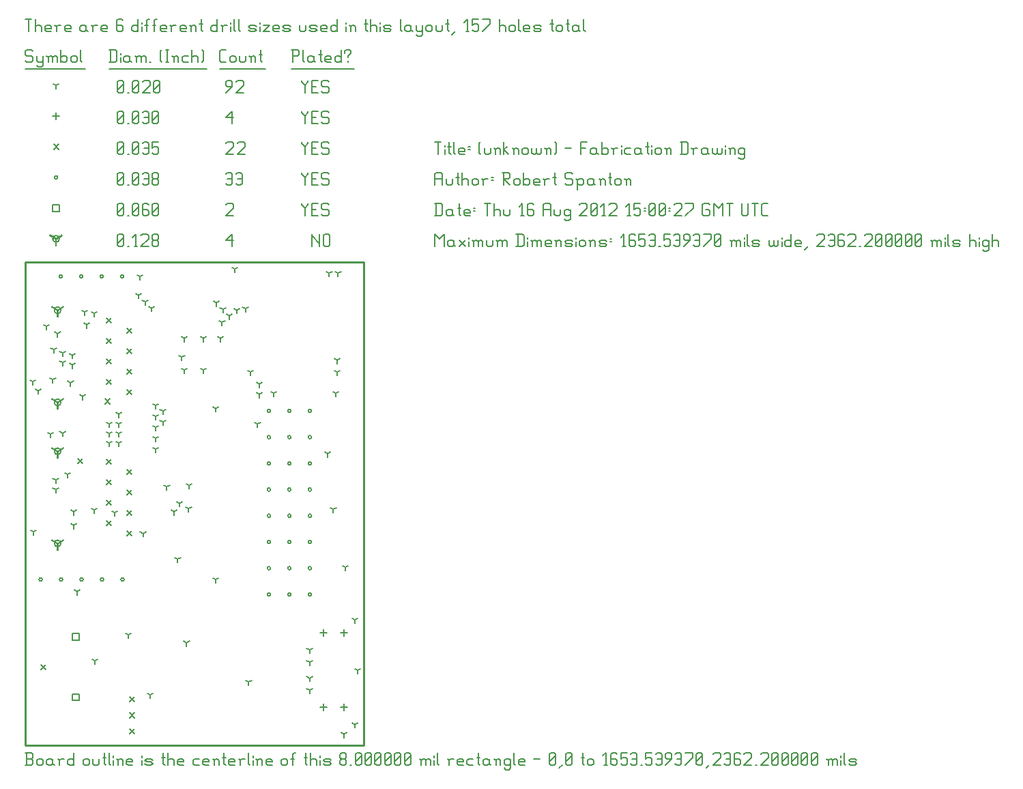
<source format=gbr>
G04 start of page 12 for group -3984 idx -3984 *
G04 Title: (unknown), fab *
G04 Creator: pcb 20110918 *
G04 CreationDate: Thu 16 Aug 2012 15:00:27 GMT UTC *
G04 For: rob *
G04 Format: Gerber/RS-274X *
G04 PCB-Dimensions: 165354 236220 *
G04 PCB-Coordinate-Origin: lower left *
%MOIN*%
%FSLAX25Y25*%
%LNFAB*%
%ADD136C,0.0100*%
%ADD135C,0.0060*%
%ADD134C,0.0001*%
%ADD133R,0.0080X0.0080*%
G54D133*X15748Y143701D02*Y140501D01*
G54D134*G36*
X15202Y143848D02*X18668Y145847D01*
X19068Y145154D01*
X15601Y143155D01*
X15202Y143848D01*
G37*
G36*
X15895Y143155D02*X12428Y145154D01*
X12828Y145847D01*
X16294Y143848D01*
X15895Y143155D01*
G37*
G54D133*X14148Y143701D02*G75*G03X17348Y143701I1600J0D01*G01*
G75*G03X14148Y143701I-1600J0D01*G01*
X15748Y98701D02*Y95501D01*
G54D134*G36*
X15202Y98848D02*X18668Y100847D01*
X19068Y100154D01*
X15601Y98155D01*
X15202Y98848D01*
G37*
G36*
X15895Y98155D02*X12428Y100154D01*
X12828Y100847D01*
X16294Y98848D01*
X15895Y98155D01*
G37*
G54D133*X14148Y98701D02*G75*G03X17348Y98701I1600J0D01*G01*
G75*G03X14148Y98701I-1600J0D01*G01*
X15748Y212598D02*Y209398D01*
G54D134*G36*
X15202Y212745D02*X18668Y214744D01*
X19068Y214051D01*
X15601Y212052D01*
X15202Y212745D01*
G37*
G36*
X15895Y212052D02*X12428Y214051D01*
X12828Y214744D01*
X16294Y212745D01*
X15895Y212052D01*
G37*
G54D133*X14148Y212598D02*G75*G03X17348Y212598I1600J0D01*G01*
G75*G03X14148Y212598I-1600J0D01*G01*
X15748Y167598D02*Y164398D01*
G54D134*G36*
X15202Y167745D02*X18668Y169744D01*
X19068Y169051D01*
X15601Y167052D01*
X15202Y167745D01*
G37*
G36*
X15895Y167052D02*X12428Y169051D01*
X12828Y169744D01*
X16294Y167745D01*
X15895Y167052D01*
G37*
G54D133*X14148Y167598D02*G75*G03X17348Y167598I1600J0D01*G01*
G75*G03X14148Y167598I-1600J0D01*G01*
X15000Y247470D02*Y244270D01*
G54D134*G36*
X14454Y247617D02*X17920Y249616D01*
X18320Y248923D01*
X14853Y246924D01*
X14454Y247617D01*
G37*
G36*
X15147Y246924D02*X11680Y248923D01*
X12080Y249616D01*
X15546Y247617D01*
X15147Y246924D01*
G37*
G54D133*X13400Y247470D02*G75*G03X16600Y247470I1600J0D01*G01*
G75*G03X13400Y247470I-1600J0D01*G01*
G54D135*X140000Y249720D02*Y243720D01*
Y249720D02*Y248970D01*
X143750Y245220D01*
Y249720D02*Y243720D01*
X145550Y248970D02*Y244470D01*
Y248970D02*X146300Y249720D01*
X147800D01*
X148550Y248970D01*
Y244470D01*
X147800Y243720D02*X148550Y244470D01*
X146300Y243720D02*X147800D01*
X145550Y244470D02*X146300Y243720D01*
X98000Y246720D02*X101000Y249720D01*
X98000Y246720D02*X101750D01*
X101000Y249720D02*Y243720D01*
X45000Y244470D02*X45750Y243720D01*
X45000Y248970D02*Y244470D01*
Y248970D02*X45750Y249720D01*
X47250D01*
X48000Y248970D01*
Y244470D01*
X47250Y243720D02*X48000Y244470D01*
X45750Y243720D02*X47250D01*
X45000Y245220D02*X48000Y248220D01*
X49800Y243720D02*X50550D01*
X53100D02*X54600D01*
X53850Y249720D02*Y243720D01*
X52350Y248220D02*X53850Y249720D01*
X56400Y248970D02*X57150Y249720D01*
X59400D01*
X60150Y248970D01*
Y247470D01*
X56400Y243720D02*X60150Y247470D01*
X56400Y243720D02*X60150D01*
X61950Y244470D02*X62700Y243720D01*
X61950Y245970D02*Y244470D01*
Y245970D02*X62700Y246720D01*
X64200D01*
X64950Y245970D01*
Y244470D01*
X64200Y243720D02*X64950Y244470D01*
X62700Y243720D02*X64200D01*
X61950Y247470D02*X62700Y246720D01*
X61950Y248970D02*Y247470D01*
Y248970D02*X62700Y249720D01*
X64200D01*
X64950Y248970D01*
Y247470D01*
X64200Y246720D02*X64950Y247470D01*
X23006Y54749D02*X26206D01*
X23006D02*Y51549D01*
X26206D01*
Y54749D02*Y51549D01*
X23006Y25221D02*X26206D01*
X23006D02*Y22021D01*
X26206D01*
Y25221D02*Y22021D01*
X13400Y264070D02*X16600D01*
X13400D02*Y260870D01*
X16600D01*
Y264070D02*Y260870D01*
X135000Y264720D02*Y263970D01*
X136500Y262470D01*
X138000Y263970D01*
Y264720D02*Y263970D01*
X136500Y262470D02*Y258720D01*
X139800Y261720D02*X142050D01*
X139800Y258720D02*X142800D01*
X139800Y264720D02*Y258720D01*
Y264720D02*X142800D01*
X147600D02*X148350Y263970D01*
X145350Y264720D02*X147600D01*
X144600Y263970D02*X145350Y264720D01*
X144600Y263970D02*Y262470D01*
X145350Y261720D01*
X147600D01*
X148350Y260970D01*
Y259470D01*
X147600Y258720D02*X148350Y259470D01*
X145350Y258720D02*X147600D01*
X144600Y259470D02*X145350Y258720D01*
X98000Y263970D02*X98750Y264720D01*
X101000D01*
X101750Y263970D01*
Y262470D01*
X98000Y258720D02*X101750Y262470D01*
X98000Y258720D02*X101750D01*
X45000Y259470D02*X45750Y258720D01*
X45000Y263970D02*Y259470D01*
Y263970D02*X45750Y264720D01*
X47250D01*
X48000Y263970D01*
Y259470D01*
X47250Y258720D02*X48000Y259470D01*
X45750Y258720D02*X47250D01*
X45000Y260220D02*X48000Y263220D01*
X49800Y258720D02*X50550D01*
X52350Y259470D02*X53100Y258720D01*
X52350Y263970D02*Y259470D01*
Y263970D02*X53100Y264720D01*
X54600D01*
X55350Y263970D01*
Y259470D01*
X54600Y258720D02*X55350Y259470D01*
X53100Y258720D02*X54600D01*
X52350Y260220D02*X55350Y263220D01*
X59400Y264720D02*X60150Y263970D01*
X57900Y264720D02*X59400D01*
X57150Y263970D02*X57900Y264720D01*
X57150Y263970D02*Y259470D01*
X57900Y258720D01*
X59400Y261720D02*X60150Y260970D01*
X57150Y261720D02*X59400D01*
X57900Y258720D02*X59400D01*
X60150Y259470D01*
Y260970D02*Y259470D01*
X61950D02*X62700Y258720D01*
X61950Y263970D02*Y259470D01*
Y263970D02*X62700Y264720D01*
X64200D01*
X64950Y263970D01*
Y259470D01*
X64200Y258720D02*X64950Y259470D01*
X62700Y258720D02*X64200D01*
X61950Y260220D02*X64950Y263220D01*
X118137Y163385D02*G75*G03X119737Y163385I800J0D01*G01*
G75*G03X118137Y163385I-800J0D01*G01*
X128137D02*G75*G03X129737Y163385I800J0D01*G01*
G75*G03X128137Y163385I-800J0D01*G01*
X138137D02*G75*G03X139737Y163385I800J0D01*G01*
G75*G03X138137Y163385I-800J0D01*G01*
X16523Y229133D02*G75*G03X18123Y229133I800J0D01*G01*
G75*G03X16523Y229133I-800J0D01*G01*
X26523D02*G75*G03X28123Y229133I800J0D01*G01*
G75*G03X26523Y229133I-800J0D01*G01*
X36523D02*G75*G03X38123Y229133I800J0D01*G01*
G75*G03X36523Y229133I-800J0D01*G01*
X46523D02*G75*G03X48123Y229133I800J0D01*G01*
G75*G03X46523Y229133I-800J0D01*G01*
X118137Y137795D02*G75*G03X119737Y137795I800J0D01*G01*
G75*G03X118137Y137795I-800J0D01*G01*
X128137D02*G75*G03X129737Y137795I800J0D01*G01*
G75*G03X128137Y137795I-800J0D01*G01*
X138137D02*G75*G03X139737Y137795I800J0D01*G01*
G75*G03X138137Y137795I-800J0D01*G01*
X118137Y125000D02*G75*G03X119737Y125000I800J0D01*G01*
G75*G03X118137Y125000I-800J0D01*G01*
X128137D02*G75*G03X129737Y125000I800J0D01*G01*
G75*G03X128137Y125000I-800J0D01*G01*
X138137D02*G75*G03X139737Y125000I800J0D01*G01*
G75*G03X138137Y125000I-800J0D01*G01*
X118137Y112204D02*G75*G03X119737Y112204I800J0D01*G01*
G75*G03X118137Y112204I-800J0D01*G01*
X128137D02*G75*G03X129737Y112204I800J0D01*G01*
G75*G03X128137Y112204I-800J0D01*G01*
X138137D02*G75*G03X139737Y112204I800J0D01*G01*
G75*G03X138137Y112204I-800J0D01*G01*
X118137Y99409D02*G75*G03X119737Y99409I800J0D01*G01*
G75*G03X118137Y99409I-800J0D01*G01*
X128137D02*G75*G03X129737Y99409I800J0D01*G01*
G75*G03X128137Y99409I-800J0D01*G01*
X138137D02*G75*G03X139737Y99409I800J0D01*G01*
G75*G03X138137Y99409I-800J0D01*G01*
X6603Y81102D02*G75*G03X8203Y81102I800J0D01*G01*
G75*G03X6603Y81102I-800J0D01*G01*
X16603D02*G75*G03X18203Y81102I800J0D01*G01*
G75*G03X16603Y81102I-800J0D01*G01*
X26603D02*G75*G03X28203Y81102I800J0D01*G01*
G75*G03X26603Y81102I-800J0D01*G01*
X36603D02*G75*G03X38203Y81102I800J0D01*G01*
G75*G03X36603Y81102I-800J0D01*G01*
X46603D02*G75*G03X48203Y81102I800J0D01*G01*
G75*G03X46603Y81102I-800J0D01*G01*
X118137Y86614D02*G75*G03X119737Y86614I800J0D01*G01*
G75*G03X118137Y86614I-800J0D01*G01*
X128137D02*G75*G03X129737Y86614I800J0D01*G01*
G75*G03X128137Y86614I-800J0D01*G01*
X138137D02*G75*G03X139737Y86614I800J0D01*G01*
G75*G03X138137Y86614I-800J0D01*G01*
X118137Y73818D02*G75*G03X119737Y73818I800J0D01*G01*
G75*G03X118137Y73818I-800J0D01*G01*
X128137D02*G75*G03X129737Y73818I800J0D01*G01*
G75*G03X128137Y73818I-800J0D01*G01*
X138137D02*G75*G03X139737Y73818I800J0D01*G01*
G75*G03X138137Y73818I-800J0D01*G01*
X118137Y150590D02*G75*G03X119737Y150590I800J0D01*G01*
G75*G03X118137Y150590I-800J0D01*G01*
X128137D02*G75*G03X129737Y150590I800J0D01*G01*
G75*G03X128137Y150590I-800J0D01*G01*
X138137D02*G75*G03X139737Y150590I800J0D01*G01*
G75*G03X138137Y150590I-800J0D01*G01*
X14200Y277470D02*G75*G03X15800Y277470I800J0D01*G01*
G75*G03X14200Y277470I-800J0D01*G01*
X135000Y279720D02*Y278970D01*
X136500Y277470D01*
X138000Y278970D01*
Y279720D02*Y278970D01*
X136500Y277470D02*Y273720D01*
X139800Y276720D02*X142050D01*
X139800Y273720D02*X142800D01*
X139800Y279720D02*Y273720D01*
Y279720D02*X142800D01*
X147600D02*X148350Y278970D01*
X145350Y279720D02*X147600D01*
X144600Y278970D02*X145350Y279720D01*
X144600Y278970D02*Y277470D01*
X145350Y276720D01*
X147600D01*
X148350Y275970D01*
Y274470D01*
X147600Y273720D02*X148350Y274470D01*
X145350Y273720D02*X147600D01*
X144600Y274470D02*X145350Y273720D01*
X98000Y278970D02*X98750Y279720D01*
X100250D01*
X101000Y278970D01*
Y274470D01*
X100250Y273720D02*X101000Y274470D01*
X98750Y273720D02*X100250D01*
X98000Y274470D02*X98750Y273720D01*
Y276720D02*X101000D01*
X102800Y278970D02*X103550Y279720D01*
X105050D01*
X105800Y278970D01*
Y274470D01*
X105050Y273720D02*X105800Y274470D01*
X103550Y273720D02*X105050D01*
X102800Y274470D02*X103550Y273720D01*
Y276720D02*X105800D01*
X45000Y274470D02*X45750Y273720D01*
X45000Y278970D02*Y274470D01*
Y278970D02*X45750Y279720D01*
X47250D01*
X48000Y278970D01*
Y274470D01*
X47250Y273720D02*X48000Y274470D01*
X45750Y273720D02*X47250D01*
X45000Y275220D02*X48000Y278220D01*
X49800Y273720D02*X50550D01*
X52350Y274470D02*X53100Y273720D01*
X52350Y278970D02*Y274470D01*
Y278970D02*X53100Y279720D01*
X54600D01*
X55350Y278970D01*
Y274470D01*
X54600Y273720D02*X55350Y274470D01*
X53100Y273720D02*X54600D01*
X52350Y275220D02*X55350Y278220D01*
X57150Y278970D02*X57900Y279720D01*
X59400D01*
X60150Y278970D01*
Y274470D01*
X59400Y273720D02*X60150Y274470D01*
X57900Y273720D02*X59400D01*
X57150Y274470D02*X57900Y273720D01*
Y276720D02*X60150D01*
X61950Y274470D02*X62700Y273720D01*
X61950Y275970D02*Y274470D01*
Y275970D02*X62700Y276720D01*
X64200D01*
X64950Y275970D01*
Y274470D01*
X64200Y273720D02*X64950Y274470D01*
X62700Y273720D02*X64200D01*
X61950Y277470D02*X62700Y276720D01*
X61950Y278970D02*Y277470D01*
Y278970D02*X62700Y279720D01*
X64200D01*
X64950Y278970D01*
Y277470D01*
X64200Y276720D02*X64950Y277470D01*
X49548Y104901D02*X51948Y102501D01*
X49548D02*X51948Y104901D01*
X39548Y109901D02*X41948Y107501D01*
X39548D02*X41948Y109901D01*
X49548Y124901D02*X51948Y122501D01*
X49548D02*X51948Y124901D01*
X39548Y129901D02*X41948Y127501D01*
X39548D02*X41948Y129901D01*
X39548Y119901D02*X41948Y117501D01*
X39548D02*X41948Y119901D01*
X39548Y139901D02*X41948Y137501D01*
X39548D02*X41948Y139901D01*
X49548Y134901D02*X51948Y132501D01*
X49548D02*X51948Y134901D01*
X49548Y114901D02*X51948Y112501D01*
X49548D02*X51948Y114901D01*
X49548Y173798D02*X51948Y171398D01*
X49548D02*X51948Y173798D01*
X39548Y178798D02*X41948Y176398D01*
X39548D02*X41948Y178798D01*
X49548Y193798D02*X51948Y191398D01*
X49548D02*X51948Y193798D01*
X39548Y198798D02*X41948Y196398D01*
X39548D02*X41948Y198798D01*
X39548Y188798D02*X41948Y186398D01*
X39548D02*X41948Y188798D01*
X39548Y208798D02*X41948Y206398D01*
X39548D02*X41948Y208798D01*
X49548Y203798D02*X51948Y201398D01*
X49548D02*X51948Y203798D01*
X49548Y183798D02*X51948Y181398D01*
X49548D02*X51948Y183798D01*
X38957Y169310D02*X41357Y166910D01*
X38957D02*X41357Y169310D01*
X25572Y140176D02*X27972Y137776D01*
X25572D02*X27972Y140176D01*
X7658Y39585D02*X10058Y37185D01*
X7658D02*X10058Y39585D01*
X50965Y15963D02*X53365Y13563D01*
X50965D02*X53365Y15963D01*
X50965Y8089D02*X53365Y5689D01*
X50965D02*X53365Y8089D01*
X50965Y23837D02*X53365Y21437D01*
X50965D02*X53365Y23837D01*
X13800Y293670D02*X16200Y291270D01*
X13800D02*X16200Y293670D01*
X135000Y294720D02*Y293970D01*
X136500Y292470D01*
X138000Y293970D01*
Y294720D02*Y293970D01*
X136500Y292470D02*Y288720D01*
X139800Y291720D02*X142050D01*
X139800Y288720D02*X142800D01*
X139800Y294720D02*Y288720D01*
Y294720D02*X142800D01*
X147600D02*X148350Y293970D01*
X145350Y294720D02*X147600D01*
X144600Y293970D02*X145350Y294720D01*
X144600Y293970D02*Y292470D01*
X145350Y291720D01*
X147600D01*
X148350Y290970D01*
Y289470D01*
X147600Y288720D02*X148350Y289470D01*
X145350Y288720D02*X147600D01*
X144600Y289470D02*X145350Y288720D01*
X98000Y293970D02*X98750Y294720D01*
X101000D01*
X101750Y293970D01*
Y292470D01*
X98000Y288720D02*X101750Y292470D01*
X98000Y288720D02*X101750D01*
X103550Y293970D02*X104300Y294720D01*
X106550D01*
X107300Y293970D01*
Y292470D01*
X103550Y288720D02*X107300Y292470D01*
X103550Y288720D02*X107300D01*
X45000Y289470D02*X45750Y288720D01*
X45000Y293970D02*Y289470D01*
Y293970D02*X45750Y294720D01*
X47250D01*
X48000Y293970D01*
Y289470D01*
X47250Y288720D02*X48000Y289470D01*
X45750Y288720D02*X47250D01*
X45000Y290220D02*X48000Y293220D01*
X49800Y288720D02*X50550D01*
X52350Y289470D02*X53100Y288720D01*
X52350Y293970D02*Y289470D01*
Y293970D02*X53100Y294720D01*
X54600D01*
X55350Y293970D01*
Y289470D01*
X54600Y288720D02*X55350Y289470D01*
X53100Y288720D02*X54600D01*
X52350Y290220D02*X55350Y293220D01*
X57150Y293970D02*X57900Y294720D01*
X59400D01*
X60150Y293970D01*
Y289470D01*
X59400Y288720D02*X60150Y289470D01*
X57900Y288720D02*X59400D01*
X57150Y289470D02*X57900Y288720D01*
Y291720D02*X60150D01*
X61950Y294720D02*X64950D01*
X61950D02*Y291720D01*
X62700Y292470D01*
X64200D01*
X64950Y291720D01*
Y289470D01*
X64200Y288720D02*X64950Y289470D01*
X62700Y288720D02*X64200D01*
X61950Y289470D02*X62700Y288720D01*
X145669Y20300D02*Y17100D01*
X144069Y18700D02*X147269D01*
X155669Y20300D02*Y17100D01*
X154069Y18700D02*X157269D01*
X145669Y56718D02*Y53518D01*
X144069Y55118D02*X147269D01*
X155669Y56718D02*Y53518D01*
X154069Y55118D02*X157269D01*
X15000Y309070D02*Y305870D01*
X13400Y307470D02*X16600D01*
X135000Y309720D02*Y308970D01*
X136500Y307470D01*
X138000Y308970D01*
Y309720D02*Y308970D01*
X136500Y307470D02*Y303720D01*
X139800Y306720D02*X142050D01*
X139800Y303720D02*X142800D01*
X139800Y309720D02*Y303720D01*
Y309720D02*X142800D01*
X147600D02*X148350Y308970D01*
X145350Y309720D02*X147600D01*
X144600Y308970D02*X145350Y309720D01*
X144600Y308970D02*Y307470D01*
X145350Y306720D01*
X147600D01*
X148350Y305970D01*
Y304470D01*
X147600Y303720D02*X148350Y304470D01*
X145350Y303720D02*X147600D01*
X144600Y304470D02*X145350Y303720D01*
X98000Y306720D02*X101000Y309720D01*
X98000Y306720D02*X101750D01*
X101000Y309720D02*Y303720D01*
X45000Y304470D02*X45750Y303720D01*
X45000Y308970D02*Y304470D01*
Y308970D02*X45750Y309720D01*
X47250D01*
X48000Y308970D01*
Y304470D01*
X47250Y303720D02*X48000Y304470D01*
X45750Y303720D02*X47250D01*
X45000Y305220D02*X48000Y308220D01*
X49800Y303720D02*X50550D01*
X52350Y304470D02*X53100Y303720D01*
X52350Y308970D02*Y304470D01*
Y308970D02*X53100Y309720D01*
X54600D01*
X55350Y308970D01*
Y304470D01*
X54600Y303720D02*X55350Y304470D01*
X53100Y303720D02*X54600D01*
X52350Y305220D02*X55350Y308220D01*
X57150Y308970D02*X57900Y309720D01*
X59400D01*
X60150Y308970D01*
Y304470D01*
X59400Y303720D02*X60150Y304470D01*
X57900Y303720D02*X59400D01*
X57150Y304470D02*X57900Y303720D01*
Y306720D02*X60150D01*
X61950Y304470D02*X62700Y303720D01*
X61950Y308970D02*Y304470D01*
Y308970D02*X62700Y309720D01*
X64200D01*
X64950Y308970D01*
Y304470D01*
X64200Y303720D02*X64950Y304470D01*
X62700Y303720D02*X64200D01*
X61950Y305220D02*X64950Y308220D01*
X114173Y171515D02*Y169915D01*
Y171515D02*X115560Y172315D01*
X114173Y171515D02*X112786Y172315D01*
X114173Y176515D02*Y174915D01*
Y176515D02*X115560Y177315D01*
X114173Y176515D02*X112786Y177315D01*
X93307Y216141D02*Y214541D01*
Y216141D02*X94694Y216941D01*
X93307Y216141D02*X91920Y216941D01*
X96457Y212992D02*Y211392D01*
Y212992D02*X97844Y213792D01*
X96457Y212992D02*X95070Y213792D01*
X99606Y209842D02*Y208242D01*
Y209842D02*X100993Y210642D01*
X99606Y209842D02*X98219Y210642D01*
X107480Y213385D02*Y211785D01*
Y213385D02*X108867Y214185D01*
X107480Y213385D02*X106093Y214185D01*
X103150Y212598D02*Y210998D01*
Y212598D02*X104537Y213398D01*
X103150Y212598D02*X101763Y213398D01*
X102362Y232677D02*Y231077D01*
Y232677D02*X103748Y233477D01*
X102362Y232677D02*X100975Y233477D01*
X152756Y230708D02*Y229108D01*
Y230708D02*X154143Y231508D01*
X152756Y230708D02*X151369Y231508D01*
X148425Y230708D02*Y229108D01*
Y230708D02*X149812Y231508D01*
X148425Y230708D02*X147039Y231508D01*
X152362Y188189D02*Y186589D01*
Y188189D02*X153748Y188989D01*
X152362Y188189D02*X150975Y188989D01*
X27953Y170472D02*Y168872D01*
Y170472D02*X29340Y171272D01*
X27953Y170472D02*X26566Y171272D01*
X79921Y126969D02*Y125369D01*
Y126969D02*X81308Y127769D01*
X79921Y126969D02*X78534Y127769D01*
X77559Y198819D02*Y197219D01*
Y198819D02*X78946Y199619D01*
X77559Y198819D02*X76172Y199619D01*
X92913Y164566D02*Y162966D01*
Y164566D02*X94300Y165366D01*
X92913Y164566D02*X91526Y165366D01*
X76378Y189764D02*Y188164D01*
Y189764D02*X77765Y190564D01*
X76378Y189764D02*X74991Y190564D01*
X61614Y213583D02*Y211983D01*
Y213583D02*X63001Y214383D01*
X61614Y213583D02*X60228Y214383D01*
X15748Y201181D02*Y199581D01*
Y201181D02*X17135Y201981D01*
X15748Y201181D02*X14361Y201981D01*
X22835Y185827D02*Y184227D01*
Y185827D02*X24222Y186627D01*
X22835Y185827D02*X21448Y186627D01*
X13780Y193307D02*Y191707D01*
Y193307D02*X15167Y194107D01*
X13780Y193307D02*X12393Y194107D01*
X10236Y204724D02*Y203124D01*
Y204724D02*X11623Y205524D01*
X10236Y204724D02*X8849Y205524D01*
X18110Y187008D02*Y185408D01*
Y187008D02*X19497Y187808D01*
X18110Y187008D02*X16723Y187808D01*
X18110Y191732D02*Y190132D01*
Y191732D02*X19497Y192532D01*
X18110Y191732D02*X16723Y192532D01*
X33661Y211024D02*Y209424D01*
Y211024D02*X35048Y211824D01*
X33661Y211024D02*X32274Y211824D01*
X150394Y115354D02*Y113754D01*
Y115354D02*X151781Y116154D01*
X150394Y115354D02*X149007Y116154D01*
X14764Y125000D02*Y123400D01*
Y125000D02*X16151Y125800D01*
X14764Y125000D02*X13377Y125800D01*
X23622Y114173D02*Y112573D01*
Y114173D02*X25009Y114973D01*
X23622Y114173D02*X22235Y114973D01*
X3937Y104331D02*Y102731D01*
Y104331D02*X5324Y105131D01*
X3937Y104331D02*X2550Y105131D01*
X25197Y75196D02*Y73596D01*
Y75196D02*X26584Y75996D01*
X25197Y75196D02*X23810Y75996D01*
X57480Y103543D02*Y101943D01*
Y103543D02*X58867Y104343D01*
X57480Y103543D02*X56093Y104343D01*
X13386Y178740D02*Y177140D01*
Y178740D02*X14773Y179540D01*
X13386Y178740D02*X11999Y179540D01*
X22047Y177165D02*Y175565D01*
Y177165D02*X23434Y177965D01*
X22047Y177165D02*X20660Y177965D01*
X12205Y151969D02*Y150369D01*
Y151969D02*X13592Y152769D01*
X12205Y151969D02*X10818Y152769D01*
X14764Y129724D02*Y128124D01*
Y129724D02*X16151Y130524D01*
X14764Y129724D02*X13377Y130524D01*
X23622Y107480D02*Y105880D01*
Y107480D02*X25009Y108280D01*
X23622Y107480D02*X22235Y108280D01*
X18110Y152559D02*Y150959D01*
Y152559D02*X19497Y153359D01*
X18110Y152559D02*X16723Y153359D01*
X20669Y132284D02*Y130684D01*
Y132284D02*X22056Y133084D01*
X20669Y132284D02*X19282Y133084D01*
X28937Y211614D02*Y210014D01*
Y211614D02*X30324Y212414D01*
X28937Y211614D02*X27550Y212414D01*
X121260Y172047D02*Y170447D01*
Y172047D02*X122647Y172847D01*
X121260Y172047D02*X119873Y172847D01*
X72638Y114173D02*Y112573D01*
Y114173D02*X74025Y114973D01*
X72638Y114173D02*X71251Y114973D01*
X43701Y113780D02*Y112180D01*
Y113780D02*X45088Y114580D01*
X43701Y113780D02*X42314Y114580D01*
X40945Y147638D02*Y146038D01*
Y147638D02*X42332Y148438D01*
X40945Y147638D02*X39558Y148438D01*
X40945Y152362D02*Y150762D01*
Y152362D02*X42332Y153162D01*
X40945Y152362D02*X39558Y153162D01*
X40945Y157087D02*Y155487D01*
Y157087D02*X42332Y157887D01*
X40945Y157087D02*X39558Y157887D01*
X45669Y147638D02*Y146038D01*
Y147638D02*X47056Y148438D01*
X45669Y147638D02*X44282Y148438D01*
X45669Y152362D02*Y150762D01*
Y152362D02*X47056Y153162D01*
X45669Y152362D02*X44282Y153162D01*
X45669Y157087D02*Y155487D01*
Y157087D02*X47056Y157887D01*
X45669Y157087D02*X44282Y157887D01*
X45669Y161811D02*Y160211D01*
Y161811D02*X47056Y162611D01*
X45669Y161811D02*X44282Y162611D01*
X79724Y115748D02*Y114148D01*
Y115748D02*X81111Y116548D01*
X79724Y115748D02*X78337Y116548D01*
X87008Y183465D02*Y181865D01*
Y183465D02*X88395Y184265D01*
X87008Y183465D02*X85621Y184265D01*
X77559Y183465D02*Y181865D01*
Y183465D02*X78946Y184265D01*
X77559Y183465D02*X76172Y184265D01*
X29921Y205512D02*Y203912D01*
Y205512D02*X31308Y206312D01*
X29921Y205512D02*X28534Y206312D01*
X22835Y190551D02*Y188951D01*
Y190551D02*X24222Y191351D01*
X22835Y190551D02*X21448Y191351D01*
X147638Y142519D02*Y140919D01*
Y142519D02*X149025Y143319D01*
X147638Y142519D02*X146252Y143319D01*
X75233Y118219D02*Y116619D01*
Y118219D02*X76620Y119019D01*
X75233Y118219D02*X73846Y119019D01*
X87008Y198819D02*Y197219D01*
Y198819D02*X88395Y199619D01*
X87008Y198819D02*X85621Y199619D01*
X6299Y173228D02*Y171628D01*
Y173228D02*X7686Y174028D01*
X6299Y173228D02*X4912Y174028D01*
X3543Y177756D02*Y176156D01*
Y177756D02*X4930Y178556D01*
X3543Y177756D02*X2156Y178556D01*
X33661Y114961D02*Y113361D01*
Y114961D02*X35048Y115761D01*
X33661Y114961D02*X32274Y115761D01*
X55315Y219882D02*Y218282D01*
Y219882D02*X56702Y220682D01*
X55315Y219882D02*X53928Y220682D01*
X58465Y216732D02*Y215132D01*
Y216732D02*X59852Y217532D01*
X58465Y216732D02*X57078Y217532D01*
X63583Y144685D02*Y143085D01*
Y144685D02*X64970Y145485D01*
X63583Y144685D02*X62196Y145485D01*
X63583Y150000D02*Y148400D01*
Y150000D02*X64970Y150800D01*
X63583Y150000D02*X62196Y150800D01*
X63583Y155315D02*Y153715D01*
Y155315D02*X64970Y156115D01*
X63583Y155315D02*X62196Y156115D01*
X63583Y160630D02*Y159030D01*
Y160630D02*X64970Y161430D01*
X63583Y160630D02*X62196Y161430D01*
X63583Y165945D02*Y164345D01*
Y165945D02*X64970Y166745D01*
X63583Y165945D02*X62196Y166745D01*
X67126Y158071D02*Y156471D01*
Y158071D02*X68513Y158871D01*
X67126Y158071D02*X65739Y158871D01*
X67126Y163386D02*Y161786D01*
Y163386D02*X68513Y164186D01*
X67126Y163386D02*X65739Y164186D01*
X61024Y24606D02*Y23006D01*
Y24606D02*X62411Y25406D01*
X61024Y24606D02*X59637Y25406D01*
X33858Y41338D02*Y39738D01*
Y41338D02*X35245Y42138D01*
X33858Y41338D02*X32471Y42138D01*
X50197Y54133D02*Y52533D01*
Y54133D02*X51584Y54933D01*
X50197Y54133D02*X48810Y54933D01*
X138780Y46652D02*Y45052D01*
Y46652D02*X140167Y47452D01*
X138780Y46652D02*X137393Y47452D01*
X138780Y40747D02*Y39147D01*
Y40747D02*X140167Y41547D01*
X138780Y40747D02*X137393Y41547D01*
X69094Y126378D02*Y124778D01*
Y126378D02*X70481Y127178D01*
X69094Y126378D02*X67707Y127178D01*
X55906Y229133D02*Y227533D01*
Y229133D02*X57293Y229933D01*
X55906Y229133D02*X54519Y229933D01*
X92913Y81102D02*Y79502D01*
Y81102D02*X94300Y81902D01*
X92913Y81102D02*X91526Y81902D01*
X78740Y50196D02*Y48596D01*
Y50196D02*X80127Y50996D01*
X78740Y50196D02*X77353Y50996D01*
X74409Y90944D02*Y89344D01*
Y90944D02*X75796Y91744D01*
X74409Y90944D02*X73022Y91744D01*
X156299Y87007D02*Y85407D01*
Y87007D02*X157685Y87807D01*
X156299Y87007D02*X154912Y87807D01*
X162205Y36614D02*Y35014D01*
Y36614D02*X163592Y37414D01*
X162205Y36614D02*X160818Y37414D01*
X152362Y182283D02*Y180683D01*
Y182283D02*X153748Y183083D01*
X152362Y182283D02*X150975Y183083D01*
X113386Y157086D02*Y155486D01*
Y157086D02*X114772Y157886D01*
X113386Y157086D02*X111999Y157886D01*
X109843Y182283D02*Y180683D01*
Y182283D02*X111230Y183083D01*
X109843Y182283D02*X108456Y183083D01*
X151575Y172047D02*Y170447D01*
Y172047D02*X152962Y172847D01*
X151575Y172047D02*X150189Y172847D01*
X95276Y198818D02*Y197218D01*
Y198818D02*X96663Y199618D01*
X95276Y198818D02*X93889Y199618D01*
X96063Y206692D02*Y205092D01*
Y206692D02*X97450Y207492D01*
X96063Y206692D02*X94676Y207492D01*
X138780Y26968D02*Y25368D01*
Y26968D02*X140167Y27768D01*
X138780Y26968D02*X137393Y27768D01*
X138780Y32874D02*Y31274D01*
Y32874D02*X140167Y33674D01*
X138780Y32874D02*X137393Y33674D01*
X155512Y5511D02*Y3911D01*
Y5511D02*X156898Y6311D01*
X155512Y5511D02*X154125Y6311D01*
X161024Y10236D02*Y8636D01*
Y10236D02*X162411Y11036D01*
X161024Y10236D02*X159637Y11036D01*
X161024Y61417D02*Y59817D01*
Y61417D02*X162411Y62217D01*
X161024Y61417D02*X159637Y62217D01*
X109055Y31102D02*Y29502D01*
Y31102D02*X110442Y31902D01*
X109055Y31102D02*X107668Y31902D01*
X15000Y322470D02*Y320870D01*
Y322470D02*X16387Y323270D01*
X15000Y322470D02*X13613Y323270D01*
X135000Y324720D02*Y323970D01*
X136500Y322470D01*
X138000Y323970D01*
Y324720D02*Y323970D01*
X136500Y322470D02*Y318720D01*
X139800Y321720D02*X142050D01*
X139800Y318720D02*X142800D01*
X139800Y324720D02*Y318720D01*
Y324720D02*X142800D01*
X147600D02*X148350Y323970D01*
X145350Y324720D02*X147600D01*
X144600Y323970D02*X145350Y324720D01*
X144600Y323970D02*Y322470D01*
X145350Y321720D01*
X147600D01*
X148350Y320970D01*
Y319470D01*
X147600Y318720D02*X148350Y319470D01*
X145350Y318720D02*X147600D01*
X144600Y319470D02*X145350Y318720D01*
X98000D02*X101000Y321720D01*
Y323970D02*Y321720D01*
X100250Y324720D02*X101000Y323970D01*
X98750Y324720D02*X100250D01*
X98000Y323970D02*X98750Y324720D01*
X98000Y323970D02*Y322470D01*
X98750Y321720D01*
X101000D01*
X102800Y323970D02*X103550Y324720D01*
X105800D01*
X106550Y323970D01*
Y322470D01*
X102800Y318720D02*X106550Y322470D01*
X102800Y318720D02*X106550D01*
X45000Y319470D02*X45750Y318720D01*
X45000Y323970D02*Y319470D01*
Y323970D02*X45750Y324720D01*
X47250D01*
X48000Y323970D01*
Y319470D01*
X47250Y318720D02*X48000Y319470D01*
X45750Y318720D02*X47250D01*
X45000Y320220D02*X48000Y323220D01*
X49800Y318720D02*X50550D01*
X52350Y319470D02*X53100Y318720D01*
X52350Y323970D02*Y319470D01*
Y323970D02*X53100Y324720D01*
X54600D01*
X55350Y323970D01*
Y319470D01*
X54600Y318720D02*X55350Y319470D01*
X53100Y318720D02*X54600D01*
X52350Y320220D02*X55350Y323220D01*
X57150Y323970D02*X57900Y324720D01*
X60150D01*
X60900Y323970D01*
Y322470D01*
X57150Y318720D02*X60900Y322470D01*
X57150Y318720D02*X60900D01*
X62700Y319470D02*X63450Y318720D01*
X62700Y323970D02*Y319470D01*
Y323970D02*X63450Y324720D01*
X64950D01*
X65700Y323970D01*
Y319470D01*
X64950Y318720D02*X65700Y319470D01*
X63450Y318720D02*X64950D01*
X62700Y320220D02*X65700Y323220D01*
X3000Y339720D02*X3750Y338970D01*
X750Y339720D02*X3000D01*
X0Y338970D02*X750Y339720D01*
X0Y338970D02*Y337470D01*
X750Y336720D01*
X3000D01*
X3750Y335970D01*
Y334470D01*
X3000Y333720D02*X3750Y334470D01*
X750Y333720D02*X3000D01*
X0Y334470D02*X750Y333720D01*
X5550Y336720D02*Y334470D01*
X6300Y333720D01*
X8550Y336720D02*Y332220D01*
X7800Y331470D02*X8550Y332220D01*
X6300Y331470D02*X7800D01*
X5550Y332220D02*X6300Y331470D01*
Y333720D02*X7800D01*
X8550Y334470D01*
X11100Y335970D02*Y333720D01*
Y335970D02*X11850Y336720D01*
X12600D01*
X13350Y335970D01*
Y333720D01*
Y335970D02*X14100Y336720D01*
X14850D01*
X15600Y335970D01*
Y333720D01*
X10350Y336720D02*X11100Y335970D01*
X17400Y339720D02*Y333720D01*
Y334470D02*X18150Y333720D01*
X19650D01*
X20400Y334470D01*
Y335970D02*Y334470D01*
X19650Y336720D02*X20400Y335970D01*
X18150Y336720D02*X19650D01*
X17400Y335970D02*X18150Y336720D01*
X22200Y335970D02*Y334470D01*
Y335970D02*X22950Y336720D01*
X24450D01*
X25200Y335970D01*
Y334470D01*
X24450Y333720D02*X25200Y334470D01*
X22950Y333720D02*X24450D01*
X22200Y334470D02*X22950Y333720D01*
X27000Y339720D02*Y334470D01*
X27750Y333720D01*
X0Y330470D02*X29250D01*
X41750Y339720D02*Y333720D01*
X44000Y339720D02*X44750Y338970D01*
Y334470D01*
X44000Y333720D02*X44750Y334470D01*
X41000Y333720D02*X44000D01*
X41000Y339720D02*X44000D01*
X46550Y338220D02*Y337470D01*
Y335970D02*Y333720D01*
X50300Y336720D02*X51050Y335970D01*
X48800Y336720D02*X50300D01*
X48050Y335970D02*X48800Y336720D01*
X48050Y335970D02*Y334470D01*
X48800Y333720D01*
X51050Y336720D02*Y334470D01*
X51800Y333720D01*
X48800D02*X50300D01*
X51050Y334470D01*
X54350Y335970D02*Y333720D01*
Y335970D02*X55100Y336720D01*
X55850D01*
X56600Y335970D01*
Y333720D01*
Y335970D02*X57350Y336720D01*
X58100D01*
X58850Y335970D01*
Y333720D01*
X53600Y336720D02*X54350Y335970D01*
X60650Y333720D02*X61400D01*
X65900Y334470D02*X66650Y333720D01*
X65900Y338970D02*X66650Y339720D01*
X65900Y338970D02*Y334470D01*
X68450Y339720D02*X69950D01*
X69200D02*Y333720D01*
X68450D02*X69950D01*
X72500Y335970D02*Y333720D01*
Y335970D02*X73250Y336720D01*
X74000D01*
X74750Y335970D01*
Y333720D01*
X71750Y336720D02*X72500Y335970D01*
X77300Y336720D02*X79550D01*
X76550Y335970D02*X77300Y336720D01*
X76550Y335970D02*Y334470D01*
X77300Y333720D01*
X79550D01*
X81350Y339720D02*Y333720D01*
Y335970D02*X82100Y336720D01*
X83600D01*
X84350Y335970D01*
Y333720D01*
X86150Y339720D02*X86900Y338970D01*
Y334470D01*
X86150Y333720D02*X86900Y334470D01*
X41000Y330470D02*X88700D01*
X95750Y333720D02*X98000D01*
X95000Y334470D02*X95750Y333720D01*
X95000Y338970D02*Y334470D01*
Y338970D02*X95750Y339720D01*
X98000D01*
X99800Y335970D02*Y334470D01*
Y335970D02*X100550Y336720D01*
X102050D01*
X102800Y335970D01*
Y334470D01*
X102050Y333720D02*X102800Y334470D01*
X100550Y333720D02*X102050D01*
X99800Y334470D02*X100550Y333720D01*
X104600Y336720D02*Y334470D01*
X105350Y333720D01*
X106850D01*
X107600Y334470D01*
Y336720D02*Y334470D01*
X110150Y335970D02*Y333720D01*
Y335970D02*X110900Y336720D01*
X111650D01*
X112400Y335970D01*
Y333720D01*
X109400Y336720D02*X110150Y335970D01*
X114950Y339720D02*Y334470D01*
X115700Y333720D01*
X114200Y337470D02*X115700D01*
X95000Y330470D02*X117200D01*
X130750Y339720D02*Y333720D01*
X130000Y339720D02*X133000D01*
X133750Y338970D01*
Y337470D01*
X133000Y336720D02*X133750Y337470D01*
X130750Y336720D02*X133000D01*
X135550Y339720D02*Y334470D01*
X136300Y333720D01*
X140050Y336720D02*X140800Y335970D01*
X138550Y336720D02*X140050D01*
X137800Y335970D02*X138550Y336720D01*
X137800Y335970D02*Y334470D01*
X138550Y333720D01*
X140800Y336720D02*Y334470D01*
X141550Y333720D01*
X138550D02*X140050D01*
X140800Y334470D01*
X144100Y339720D02*Y334470D01*
X144850Y333720D01*
X143350Y337470D02*X144850D01*
X147100Y333720D02*X149350D01*
X146350Y334470D02*X147100Y333720D01*
X146350Y335970D02*Y334470D01*
Y335970D02*X147100Y336720D01*
X148600D01*
X149350Y335970D01*
X146350Y335220D02*X149350D01*
Y335970D02*Y335220D01*
X154150Y339720D02*Y333720D01*
X153400D02*X154150Y334470D01*
X151900Y333720D02*X153400D01*
X151150Y334470D02*X151900Y333720D01*
X151150Y335970D02*Y334470D01*
Y335970D02*X151900Y336720D01*
X153400D01*
X154150Y335970D01*
X157450Y336720D02*Y335970D01*
Y334470D02*Y333720D01*
X155950Y338970D02*Y338220D01*
Y338970D02*X156700Y339720D01*
X158200D01*
X158950Y338970D01*
Y338220D01*
X157450Y336720D02*X158950Y338220D01*
X130000Y330470D02*X160750D01*
X0Y354720D02*X3000D01*
X1500D02*Y348720D01*
X4800Y354720D02*Y348720D01*
Y350970D02*X5550Y351720D01*
X7050D01*
X7800Y350970D01*
Y348720D01*
X10350D02*X12600D01*
X9600Y349470D02*X10350Y348720D01*
X9600Y350970D02*Y349470D01*
Y350970D02*X10350Y351720D01*
X11850D01*
X12600Y350970D01*
X9600Y350220D02*X12600D01*
Y350970D02*Y350220D01*
X15150Y350970D02*Y348720D01*
Y350970D02*X15900Y351720D01*
X17400D01*
X14400D02*X15150Y350970D01*
X19950Y348720D02*X22200D01*
X19200Y349470D02*X19950Y348720D01*
X19200Y350970D02*Y349470D01*
Y350970D02*X19950Y351720D01*
X21450D01*
X22200Y350970D01*
X19200Y350220D02*X22200D01*
Y350970D02*Y350220D01*
X28950Y351720D02*X29700Y350970D01*
X27450Y351720D02*X28950D01*
X26700Y350970D02*X27450Y351720D01*
X26700Y350970D02*Y349470D01*
X27450Y348720D01*
X29700Y351720D02*Y349470D01*
X30450Y348720D01*
X27450D02*X28950D01*
X29700Y349470D01*
X33000Y350970D02*Y348720D01*
Y350970D02*X33750Y351720D01*
X35250D01*
X32250D02*X33000Y350970D01*
X37800Y348720D02*X40050D01*
X37050Y349470D02*X37800Y348720D01*
X37050Y350970D02*Y349470D01*
Y350970D02*X37800Y351720D01*
X39300D01*
X40050Y350970D01*
X37050Y350220D02*X40050D01*
Y350970D02*Y350220D01*
X46800Y354720D02*X47550Y353970D01*
X45300Y354720D02*X46800D01*
X44550Y353970D02*X45300Y354720D01*
X44550Y353970D02*Y349470D01*
X45300Y348720D01*
X46800Y351720D02*X47550Y350970D01*
X44550Y351720D02*X46800D01*
X45300Y348720D02*X46800D01*
X47550Y349470D01*
Y350970D02*Y349470D01*
X55050Y354720D02*Y348720D01*
X54300D02*X55050Y349470D01*
X52800Y348720D02*X54300D01*
X52050Y349470D02*X52800Y348720D01*
X52050Y350970D02*Y349470D01*
Y350970D02*X52800Y351720D01*
X54300D01*
X55050Y350970D01*
X56850Y353220D02*Y352470D01*
Y350970D02*Y348720D01*
X59100Y353970D02*Y348720D01*
Y353970D02*X59850Y354720D01*
X60600D01*
X58350Y351720D02*X59850D01*
X62850Y353970D02*Y348720D01*
Y353970D02*X63600Y354720D01*
X64350D01*
X62100Y351720D02*X63600D01*
X66600Y348720D02*X68850D01*
X65850Y349470D02*X66600Y348720D01*
X65850Y350970D02*Y349470D01*
Y350970D02*X66600Y351720D01*
X68100D01*
X68850Y350970D01*
X65850Y350220D02*X68850D01*
Y350970D02*Y350220D01*
X71400Y350970D02*Y348720D01*
Y350970D02*X72150Y351720D01*
X73650D01*
X70650D02*X71400Y350970D01*
X76200Y348720D02*X78450D01*
X75450Y349470D02*X76200Y348720D01*
X75450Y350970D02*Y349470D01*
Y350970D02*X76200Y351720D01*
X77700D01*
X78450Y350970D01*
X75450Y350220D02*X78450D01*
Y350970D02*Y350220D01*
X81000Y350970D02*Y348720D01*
Y350970D02*X81750Y351720D01*
X82500D01*
X83250Y350970D01*
Y348720D01*
X80250Y351720D02*X81000Y350970D01*
X85800Y354720D02*Y349470D01*
X86550Y348720D01*
X85050Y352470D02*X86550D01*
X93750Y354720D02*Y348720D01*
X93000D02*X93750Y349470D01*
X91500Y348720D02*X93000D01*
X90750Y349470D02*X91500Y348720D01*
X90750Y350970D02*Y349470D01*
Y350970D02*X91500Y351720D01*
X93000D01*
X93750Y350970D01*
X96300D02*Y348720D01*
Y350970D02*X97050Y351720D01*
X98550D01*
X95550D02*X96300Y350970D01*
X100350Y353220D02*Y352470D01*
Y350970D02*Y348720D01*
X101850Y354720D02*Y349470D01*
X102600Y348720D01*
X104100Y354720D02*Y349470D01*
X104850Y348720D01*
X109800D02*X112050D01*
X112800Y349470D01*
X112050Y350220D02*X112800Y349470D01*
X109800Y350220D02*X112050D01*
X109050Y350970D02*X109800Y350220D01*
X109050Y350970D02*X109800Y351720D01*
X112050D01*
X112800Y350970D01*
X109050Y349470D02*X109800Y348720D01*
X114600Y353220D02*Y352470D01*
Y350970D02*Y348720D01*
X116100Y351720D02*X119100D01*
X116100Y348720D02*X119100Y351720D01*
X116100Y348720D02*X119100D01*
X121650D02*X123900D01*
X120900Y349470D02*X121650Y348720D01*
X120900Y350970D02*Y349470D01*
Y350970D02*X121650Y351720D01*
X123150D01*
X123900Y350970D01*
X120900Y350220D02*X123900D01*
Y350970D02*Y350220D01*
X126450Y348720D02*X128700D01*
X129450Y349470D01*
X128700Y350220D02*X129450Y349470D01*
X126450Y350220D02*X128700D01*
X125700Y350970D02*X126450Y350220D01*
X125700Y350970D02*X126450Y351720D01*
X128700D01*
X129450Y350970D01*
X125700Y349470D02*X126450Y348720D01*
X133950Y351720D02*Y349470D01*
X134700Y348720D01*
X136200D01*
X136950Y349470D01*
Y351720D02*Y349470D01*
X139500Y348720D02*X141750D01*
X142500Y349470D01*
X141750Y350220D02*X142500Y349470D01*
X139500Y350220D02*X141750D01*
X138750Y350970D02*X139500Y350220D01*
X138750Y350970D02*X139500Y351720D01*
X141750D01*
X142500Y350970D01*
X138750Y349470D02*X139500Y348720D01*
X145050D02*X147300D01*
X144300Y349470D02*X145050Y348720D01*
X144300Y350970D02*Y349470D01*
Y350970D02*X145050Y351720D01*
X146550D01*
X147300Y350970D01*
X144300Y350220D02*X147300D01*
Y350970D02*Y350220D01*
X152100Y354720D02*Y348720D01*
X151350D02*X152100Y349470D01*
X149850Y348720D02*X151350D01*
X149100Y349470D02*X149850Y348720D01*
X149100Y350970D02*Y349470D01*
Y350970D02*X149850Y351720D01*
X151350D01*
X152100Y350970D01*
X156600Y353220D02*Y352470D01*
Y350970D02*Y348720D01*
X158850Y350970D02*Y348720D01*
Y350970D02*X159600Y351720D01*
X160350D01*
X161100Y350970D01*
Y348720D01*
X158100Y351720D02*X158850Y350970D01*
X166350Y354720D02*Y349470D01*
X167100Y348720D01*
X165600Y352470D02*X167100D01*
X168600Y354720D02*Y348720D01*
Y350970D02*X169350Y351720D01*
X170850D01*
X171600Y350970D01*
Y348720D01*
X173400Y353220D02*Y352470D01*
Y350970D02*Y348720D01*
X175650D02*X177900D01*
X178650Y349470D01*
X177900Y350220D02*X178650Y349470D01*
X175650Y350220D02*X177900D01*
X174900Y350970D02*X175650Y350220D01*
X174900Y350970D02*X175650Y351720D01*
X177900D01*
X178650Y350970D01*
X174900Y349470D02*X175650Y348720D01*
X183150Y354720D02*Y349470D01*
X183900Y348720D01*
X187650Y351720D02*X188400Y350970D01*
X186150Y351720D02*X187650D01*
X185400Y350970D02*X186150Y351720D01*
X185400Y350970D02*Y349470D01*
X186150Y348720D01*
X188400Y351720D02*Y349470D01*
X189150Y348720D01*
X186150D02*X187650D01*
X188400Y349470D01*
X190950Y351720D02*Y349470D01*
X191700Y348720D01*
X193950Y351720D02*Y347220D01*
X193200Y346470D02*X193950Y347220D01*
X191700Y346470D02*X193200D01*
X190950Y347220D02*X191700Y346470D01*
Y348720D02*X193200D01*
X193950Y349470D01*
X195750Y350970D02*Y349470D01*
Y350970D02*X196500Y351720D01*
X198000D01*
X198750Y350970D01*
Y349470D01*
X198000Y348720D02*X198750Y349470D01*
X196500Y348720D02*X198000D01*
X195750Y349470D02*X196500Y348720D01*
X200550Y351720D02*Y349470D01*
X201300Y348720D01*
X202800D01*
X203550Y349470D01*
Y351720D02*Y349470D01*
X206100Y354720D02*Y349470D01*
X206850Y348720D01*
X205350Y352470D02*X206850D01*
X208350Y347220D02*X209850Y348720D01*
X215100D02*X216600D01*
X215850Y354720D02*Y348720D01*
X214350Y353220D02*X215850Y354720D01*
X218400D02*X221400D01*
X218400D02*Y351720D01*
X219150Y352470D01*
X220650D01*
X221400Y351720D01*
Y349470D01*
X220650Y348720D02*X221400Y349470D01*
X219150Y348720D02*X220650D01*
X218400Y349470D02*X219150Y348720D01*
X223200D02*X226950Y352470D01*
Y354720D02*Y352470D01*
X223200Y354720D02*X226950D01*
X231450D02*Y348720D01*
Y350970D02*X232200Y351720D01*
X233700D01*
X234450Y350970D01*
Y348720D01*
X236250Y350970D02*Y349470D01*
Y350970D02*X237000Y351720D01*
X238500D01*
X239250Y350970D01*
Y349470D01*
X238500Y348720D02*X239250Y349470D01*
X237000Y348720D02*X238500D01*
X236250Y349470D02*X237000Y348720D01*
X241050Y354720D02*Y349470D01*
X241800Y348720D01*
X244050D02*X246300D01*
X243300Y349470D02*X244050Y348720D01*
X243300Y350970D02*Y349470D01*
Y350970D02*X244050Y351720D01*
X245550D01*
X246300Y350970D01*
X243300Y350220D02*X246300D01*
Y350970D02*Y350220D01*
X248850Y348720D02*X251100D01*
X251850Y349470D01*
X251100Y350220D02*X251850Y349470D01*
X248850Y350220D02*X251100D01*
X248100Y350970D02*X248850Y350220D01*
X248100Y350970D02*X248850Y351720D01*
X251100D01*
X251850Y350970D01*
X248100Y349470D02*X248850Y348720D01*
X257100Y354720D02*Y349470D01*
X257850Y348720D01*
X256350Y352470D02*X257850D01*
X259350Y350970D02*Y349470D01*
Y350970D02*X260100Y351720D01*
X261600D01*
X262350Y350970D01*
Y349470D01*
X261600Y348720D02*X262350Y349470D01*
X260100Y348720D02*X261600D01*
X259350Y349470D02*X260100Y348720D01*
X264900Y354720D02*Y349470D01*
X265650Y348720D01*
X264150Y352470D02*X265650D01*
X269400Y351720D02*X270150Y350970D01*
X267900Y351720D02*X269400D01*
X267150Y350970D02*X267900Y351720D01*
X267150Y350970D02*Y349470D01*
X267900Y348720D01*
X270150Y351720D02*Y349470D01*
X270900Y348720D01*
X267900D02*X269400D01*
X270150Y349470D01*
X272700Y354720D02*Y349470D01*
X273450Y348720D01*
G54D136*X0Y236220D02*X165354D01*
X0D02*Y0D01*
X165354Y236220D02*Y0D01*
X0D02*X165354D01*
G54D135*X200000Y249720D02*Y243720D01*
Y249720D02*X202250Y247470D01*
X204500Y249720D01*
Y243720D01*
X208550Y246720D02*X209300Y245970D01*
X207050Y246720D02*X208550D01*
X206300Y245970D02*X207050Y246720D01*
X206300Y245970D02*Y244470D01*
X207050Y243720D01*
X209300Y246720D02*Y244470D01*
X210050Y243720D01*
X207050D02*X208550D01*
X209300Y244470D01*
X211850Y246720D02*X214850Y243720D01*
X211850D02*X214850Y246720D01*
X216650Y248220D02*Y247470D01*
Y245970D02*Y243720D01*
X218900Y245970D02*Y243720D01*
Y245970D02*X219650Y246720D01*
X220400D01*
X221150Y245970D01*
Y243720D01*
Y245970D02*X221900Y246720D01*
X222650D01*
X223400Y245970D01*
Y243720D01*
X218150Y246720D02*X218900Y245970D01*
X225200Y246720D02*Y244470D01*
X225950Y243720D01*
X227450D01*
X228200Y244470D01*
Y246720D02*Y244470D01*
X230750Y245970D02*Y243720D01*
Y245970D02*X231500Y246720D01*
X232250D01*
X233000Y245970D01*
Y243720D01*
Y245970D02*X233750Y246720D01*
X234500D01*
X235250Y245970D01*
Y243720D01*
X230000Y246720D02*X230750Y245970D01*
X240500Y249720D02*Y243720D01*
X242750Y249720D02*X243500Y248970D01*
Y244470D01*
X242750Y243720D02*X243500Y244470D01*
X239750Y243720D02*X242750D01*
X239750Y249720D02*X242750D01*
X245300Y248220D02*Y247470D01*
Y245970D02*Y243720D01*
X247550Y245970D02*Y243720D01*
Y245970D02*X248300Y246720D01*
X249050D01*
X249800Y245970D01*
Y243720D01*
Y245970D02*X250550Y246720D01*
X251300D01*
X252050Y245970D01*
Y243720D01*
X246800Y246720D02*X247550Y245970D01*
X254600Y243720D02*X256850D01*
X253850Y244470D02*X254600Y243720D01*
X253850Y245970D02*Y244470D01*
Y245970D02*X254600Y246720D01*
X256100D01*
X256850Y245970D01*
X253850Y245220D02*X256850D01*
Y245970D02*Y245220D01*
X259400Y245970D02*Y243720D01*
Y245970D02*X260150Y246720D01*
X260900D01*
X261650Y245970D01*
Y243720D01*
X258650Y246720D02*X259400Y245970D01*
X264200Y243720D02*X266450D01*
X267200Y244470D01*
X266450Y245220D02*X267200Y244470D01*
X264200Y245220D02*X266450D01*
X263450Y245970D02*X264200Y245220D01*
X263450Y245970D02*X264200Y246720D01*
X266450D01*
X267200Y245970D01*
X263450Y244470D02*X264200Y243720D01*
X269000Y248220D02*Y247470D01*
Y245970D02*Y243720D01*
X270500Y245970D02*Y244470D01*
Y245970D02*X271250Y246720D01*
X272750D01*
X273500Y245970D01*
Y244470D01*
X272750Y243720D02*X273500Y244470D01*
X271250Y243720D02*X272750D01*
X270500Y244470D02*X271250Y243720D01*
X276050Y245970D02*Y243720D01*
Y245970D02*X276800Y246720D01*
X277550D01*
X278300Y245970D01*
Y243720D01*
X275300Y246720D02*X276050Y245970D01*
X280850Y243720D02*X283100D01*
X283850Y244470D01*
X283100Y245220D02*X283850Y244470D01*
X280850Y245220D02*X283100D01*
X280100Y245970D02*X280850Y245220D01*
X280100Y245970D02*X280850Y246720D01*
X283100D01*
X283850Y245970D01*
X280100Y244470D02*X280850Y243720D01*
X285650Y247470D02*X286400D01*
X285650Y245970D02*X286400D01*
X291650Y243720D02*X293150D01*
X292400Y249720D02*Y243720D01*
X290900Y248220D02*X292400Y249720D01*
X297200D02*X297950Y248970D01*
X295700Y249720D02*X297200D01*
X294950Y248970D02*X295700Y249720D01*
X294950Y248970D02*Y244470D01*
X295700Y243720D01*
X297200Y246720D02*X297950Y245970D01*
X294950Y246720D02*X297200D01*
X295700Y243720D02*X297200D01*
X297950Y244470D01*
Y245970D02*Y244470D01*
X299750Y249720D02*X302750D01*
X299750D02*Y246720D01*
X300500Y247470D01*
X302000D01*
X302750Y246720D01*
Y244470D01*
X302000Y243720D02*X302750Y244470D01*
X300500Y243720D02*X302000D01*
X299750Y244470D02*X300500Y243720D01*
X304550Y248970D02*X305300Y249720D01*
X306800D01*
X307550Y248970D01*
Y244470D01*
X306800Y243720D02*X307550Y244470D01*
X305300Y243720D02*X306800D01*
X304550Y244470D02*X305300Y243720D01*
Y246720D02*X307550D01*
X309350Y243720D02*X310100D01*
X311900Y249720D02*X314900D01*
X311900D02*Y246720D01*
X312650Y247470D01*
X314150D01*
X314900Y246720D01*
Y244470D01*
X314150Y243720D02*X314900Y244470D01*
X312650Y243720D02*X314150D01*
X311900Y244470D02*X312650Y243720D01*
X316700Y248970D02*X317450Y249720D01*
X318950D01*
X319700Y248970D01*
Y244470D01*
X318950Y243720D02*X319700Y244470D01*
X317450Y243720D02*X318950D01*
X316700Y244470D02*X317450Y243720D01*
Y246720D02*X319700D01*
X321500Y243720D02*X324500Y246720D01*
Y248970D02*Y246720D01*
X323750Y249720D02*X324500Y248970D01*
X322250Y249720D02*X323750D01*
X321500Y248970D02*X322250Y249720D01*
X321500Y248970D02*Y247470D01*
X322250Y246720D01*
X324500D01*
X326300Y248970D02*X327050Y249720D01*
X328550D01*
X329300Y248970D01*
Y244470D01*
X328550Y243720D02*X329300Y244470D01*
X327050Y243720D02*X328550D01*
X326300Y244470D02*X327050Y243720D01*
Y246720D02*X329300D01*
X331100Y243720D02*X334850Y247470D01*
Y249720D02*Y247470D01*
X331100Y249720D02*X334850D01*
X336650Y244470D02*X337400Y243720D01*
X336650Y248970D02*Y244470D01*
Y248970D02*X337400Y249720D01*
X338900D01*
X339650Y248970D01*
Y244470D01*
X338900Y243720D02*X339650Y244470D01*
X337400Y243720D02*X338900D01*
X336650Y245220D02*X339650Y248220D01*
X344900Y245970D02*Y243720D01*
Y245970D02*X345650Y246720D01*
X346400D01*
X347150Y245970D01*
Y243720D01*
Y245970D02*X347900Y246720D01*
X348650D01*
X349400Y245970D01*
Y243720D01*
X344150Y246720D02*X344900Y245970D01*
X351200Y248220D02*Y247470D01*
Y245970D02*Y243720D01*
X352700Y249720D02*Y244470D01*
X353450Y243720D01*
X355700D02*X357950D01*
X358700Y244470D01*
X357950Y245220D02*X358700Y244470D01*
X355700Y245220D02*X357950D01*
X354950Y245970D02*X355700Y245220D01*
X354950Y245970D02*X355700Y246720D01*
X357950D01*
X358700Y245970D01*
X354950Y244470D02*X355700Y243720D01*
X363200Y246720D02*Y244470D01*
X363950Y243720D01*
X364700D01*
X365450Y244470D01*
Y246720D02*Y244470D01*
X366200Y243720D01*
X366950D01*
X367700Y244470D01*
Y246720D02*Y244470D01*
X369500Y248220D02*Y247470D01*
Y245970D02*Y243720D01*
X374000Y249720D02*Y243720D01*
X373250D02*X374000Y244470D01*
X371750Y243720D02*X373250D01*
X371000Y244470D02*X371750Y243720D01*
X371000Y245970D02*Y244470D01*
Y245970D02*X371750Y246720D01*
X373250D01*
X374000Y245970D01*
X376550Y243720D02*X378800D01*
X375800Y244470D02*X376550Y243720D01*
X375800Y245970D02*Y244470D01*
Y245970D02*X376550Y246720D01*
X378050D01*
X378800Y245970D01*
X375800Y245220D02*X378800D01*
Y245970D02*Y245220D01*
X380600Y242220D02*X382100Y243720D01*
X386600Y248970D02*X387350Y249720D01*
X389600D01*
X390350Y248970D01*
Y247470D01*
X386600Y243720D02*X390350Y247470D01*
X386600Y243720D02*X390350D01*
X392150Y248970D02*X392900Y249720D01*
X394400D01*
X395150Y248970D01*
Y244470D01*
X394400Y243720D02*X395150Y244470D01*
X392900Y243720D02*X394400D01*
X392150Y244470D02*X392900Y243720D01*
Y246720D02*X395150D01*
X399200Y249720D02*X399950Y248970D01*
X397700Y249720D02*X399200D01*
X396950Y248970D02*X397700Y249720D01*
X396950Y248970D02*Y244470D01*
X397700Y243720D01*
X399200Y246720D02*X399950Y245970D01*
X396950Y246720D02*X399200D01*
X397700Y243720D02*X399200D01*
X399950Y244470D01*
Y245970D02*Y244470D01*
X401750Y248970D02*X402500Y249720D01*
X404750D01*
X405500Y248970D01*
Y247470D01*
X401750Y243720D02*X405500Y247470D01*
X401750Y243720D02*X405500D01*
X407300D02*X408050D01*
X409850Y248970D02*X410600Y249720D01*
X412850D01*
X413600Y248970D01*
Y247470D01*
X409850Y243720D02*X413600Y247470D01*
X409850Y243720D02*X413600D01*
X415400Y244470D02*X416150Y243720D01*
X415400Y248970D02*Y244470D01*
Y248970D02*X416150Y249720D01*
X417650D01*
X418400Y248970D01*
Y244470D01*
X417650Y243720D02*X418400Y244470D01*
X416150Y243720D02*X417650D01*
X415400Y245220D02*X418400Y248220D01*
X420200Y244470D02*X420950Y243720D01*
X420200Y248970D02*Y244470D01*
Y248970D02*X420950Y249720D01*
X422450D01*
X423200Y248970D01*
Y244470D01*
X422450Y243720D02*X423200Y244470D01*
X420950Y243720D02*X422450D01*
X420200Y245220D02*X423200Y248220D01*
X425000Y244470D02*X425750Y243720D01*
X425000Y248970D02*Y244470D01*
Y248970D02*X425750Y249720D01*
X427250D01*
X428000Y248970D01*
Y244470D01*
X427250Y243720D02*X428000Y244470D01*
X425750Y243720D02*X427250D01*
X425000Y245220D02*X428000Y248220D01*
X429800Y244470D02*X430550Y243720D01*
X429800Y248970D02*Y244470D01*
Y248970D02*X430550Y249720D01*
X432050D01*
X432800Y248970D01*
Y244470D01*
X432050Y243720D02*X432800Y244470D01*
X430550Y243720D02*X432050D01*
X429800Y245220D02*X432800Y248220D01*
X434600Y244470D02*X435350Y243720D01*
X434600Y248970D02*Y244470D01*
Y248970D02*X435350Y249720D01*
X436850D01*
X437600Y248970D01*
Y244470D01*
X436850Y243720D02*X437600Y244470D01*
X435350Y243720D02*X436850D01*
X434600Y245220D02*X437600Y248220D01*
X442850Y245970D02*Y243720D01*
Y245970D02*X443600Y246720D01*
X444350D01*
X445100Y245970D01*
Y243720D01*
Y245970D02*X445850Y246720D01*
X446600D01*
X447350Y245970D01*
Y243720D01*
X442100Y246720D02*X442850Y245970D01*
X449150Y248220D02*Y247470D01*
Y245970D02*Y243720D01*
X450650Y249720D02*Y244470D01*
X451400Y243720D01*
X453650D02*X455900D01*
X456650Y244470D01*
X455900Y245220D02*X456650Y244470D01*
X453650Y245220D02*X455900D01*
X452900Y245970D02*X453650Y245220D01*
X452900Y245970D02*X453650Y246720D01*
X455900D01*
X456650Y245970D01*
X452900Y244470D02*X453650Y243720D01*
X461150Y249720D02*Y243720D01*
Y245970D02*X461900Y246720D01*
X463400D01*
X464150Y245970D01*
Y243720D01*
X465950Y248220D02*Y247470D01*
Y245970D02*Y243720D01*
X469700Y246720D02*X470450Y245970D01*
X468200Y246720D02*X469700D01*
X467450Y245970D02*X468200Y246720D01*
X467450Y245970D02*Y244470D01*
X468200Y243720D01*
X469700D01*
X470450Y244470D01*
X467450Y242220D02*X468200Y241470D01*
X469700D01*
X470450Y242220D01*
Y246720D02*Y242220D01*
X472250Y249720D02*Y243720D01*
Y245970D02*X473000Y246720D01*
X474500D01*
X475250Y245970D01*
Y243720D01*
X0Y-9500D02*X3000D01*
X3750Y-8750D01*
Y-7250D02*Y-8750D01*
X3000Y-6500D02*X3750Y-7250D01*
X750Y-6500D02*X3000D01*
X750Y-3500D02*Y-9500D01*
X0Y-3500D02*X3000D01*
X3750Y-4250D01*
Y-5750D01*
X3000Y-6500D02*X3750Y-5750D01*
X5550Y-7250D02*Y-8750D01*
Y-7250D02*X6300Y-6500D01*
X7800D01*
X8550Y-7250D01*
Y-8750D01*
X7800Y-9500D02*X8550Y-8750D01*
X6300Y-9500D02*X7800D01*
X5550Y-8750D02*X6300Y-9500D01*
X12600Y-6500D02*X13350Y-7250D01*
X11100Y-6500D02*X12600D01*
X10350Y-7250D02*X11100Y-6500D01*
X10350Y-7250D02*Y-8750D01*
X11100Y-9500D01*
X13350Y-6500D02*Y-8750D01*
X14100Y-9500D01*
X11100D02*X12600D01*
X13350Y-8750D01*
X16650Y-7250D02*Y-9500D01*
Y-7250D02*X17400Y-6500D01*
X18900D01*
X15900D02*X16650Y-7250D01*
X23700Y-3500D02*Y-9500D01*
X22950D02*X23700Y-8750D01*
X21450Y-9500D02*X22950D01*
X20700Y-8750D02*X21450Y-9500D01*
X20700Y-7250D02*Y-8750D01*
Y-7250D02*X21450Y-6500D01*
X22950D01*
X23700Y-7250D01*
X28200D02*Y-8750D01*
Y-7250D02*X28950Y-6500D01*
X30450D01*
X31200Y-7250D01*
Y-8750D01*
X30450Y-9500D02*X31200Y-8750D01*
X28950Y-9500D02*X30450D01*
X28200Y-8750D02*X28950Y-9500D01*
X33000Y-6500D02*Y-8750D01*
X33750Y-9500D01*
X35250D01*
X36000Y-8750D01*
Y-6500D02*Y-8750D01*
X38550Y-3500D02*Y-8750D01*
X39300Y-9500D01*
X37800Y-5750D02*X39300D01*
X40800Y-3500D02*Y-8750D01*
X41550Y-9500D01*
X43050Y-5000D02*Y-5750D01*
Y-7250D02*Y-9500D01*
X45300Y-7250D02*Y-9500D01*
Y-7250D02*X46050Y-6500D01*
X46800D01*
X47550Y-7250D01*
Y-9500D01*
X44550Y-6500D02*X45300Y-7250D01*
X50100Y-9500D02*X52350D01*
X49350Y-8750D02*X50100Y-9500D01*
X49350Y-7250D02*Y-8750D01*
Y-7250D02*X50100Y-6500D01*
X51600D01*
X52350Y-7250D01*
X49350Y-8000D02*X52350D01*
Y-7250D02*Y-8000D01*
X56850Y-5000D02*Y-5750D01*
Y-7250D02*Y-9500D01*
X59100D02*X61350D01*
X62100Y-8750D01*
X61350Y-8000D02*X62100Y-8750D01*
X59100Y-8000D02*X61350D01*
X58350Y-7250D02*X59100Y-8000D01*
X58350Y-7250D02*X59100Y-6500D01*
X61350D01*
X62100Y-7250D01*
X58350Y-8750D02*X59100Y-9500D01*
X67350Y-3500D02*Y-8750D01*
X68100Y-9500D01*
X66600Y-5750D02*X68100D01*
X69600Y-3500D02*Y-9500D01*
Y-7250D02*X70350Y-6500D01*
X71850D01*
X72600Y-7250D01*
Y-9500D01*
X75150D02*X77400D01*
X74400Y-8750D02*X75150Y-9500D01*
X74400Y-7250D02*Y-8750D01*
Y-7250D02*X75150Y-6500D01*
X76650D01*
X77400Y-7250D01*
X74400Y-8000D02*X77400D01*
Y-7250D02*Y-8000D01*
X82650Y-6500D02*X84900D01*
X81900Y-7250D02*X82650Y-6500D01*
X81900Y-7250D02*Y-8750D01*
X82650Y-9500D01*
X84900D01*
X87450D02*X89700D01*
X86700Y-8750D02*X87450Y-9500D01*
X86700Y-7250D02*Y-8750D01*
Y-7250D02*X87450Y-6500D01*
X88950D01*
X89700Y-7250D01*
X86700Y-8000D02*X89700D01*
Y-7250D02*Y-8000D01*
X92250Y-7250D02*Y-9500D01*
Y-7250D02*X93000Y-6500D01*
X93750D01*
X94500Y-7250D01*
Y-9500D01*
X91500Y-6500D02*X92250Y-7250D01*
X97050Y-3500D02*Y-8750D01*
X97800Y-9500D01*
X96300Y-5750D02*X97800D01*
X100050Y-9500D02*X102300D01*
X99300Y-8750D02*X100050Y-9500D01*
X99300Y-7250D02*Y-8750D01*
Y-7250D02*X100050Y-6500D01*
X101550D01*
X102300Y-7250D01*
X99300Y-8000D02*X102300D01*
Y-7250D02*Y-8000D01*
X104850Y-7250D02*Y-9500D01*
Y-7250D02*X105600Y-6500D01*
X107100D01*
X104100D02*X104850Y-7250D01*
X108900Y-3500D02*Y-8750D01*
X109650Y-9500D01*
X111150Y-5000D02*Y-5750D01*
Y-7250D02*Y-9500D01*
X113400Y-7250D02*Y-9500D01*
Y-7250D02*X114150Y-6500D01*
X114900D01*
X115650Y-7250D01*
Y-9500D01*
X112650Y-6500D02*X113400Y-7250D01*
X118200Y-9500D02*X120450D01*
X117450Y-8750D02*X118200Y-9500D01*
X117450Y-7250D02*Y-8750D01*
Y-7250D02*X118200Y-6500D01*
X119700D01*
X120450Y-7250D01*
X117450Y-8000D02*X120450D01*
Y-7250D02*Y-8000D01*
X124950Y-7250D02*Y-8750D01*
Y-7250D02*X125700Y-6500D01*
X127200D01*
X127950Y-7250D01*
Y-8750D01*
X127200Y-9500D02*X127950Y-8750D01*
X125700Y-9500D02*X127200D01*
X124950Y-8750D02*X125700Y-9500D01*
X130500Y-4250D02*Y-9500D01*
Y-4250D02*X131250Y-3500D01*
X132000D01*
X129750Y-6500D02*X131250D01*
X136950Y-3500D02*Y-8750D01*
X137700Y-9500D01*
X136200Y-5750D02*X137700D01*
X139200Y-3500D02*Y-9500D01*
Y-7250D02*X139950Y-6500D01*
X141450D01*
X142200Y-7250D01*
Y-9500D01*
X144000Y-5000D02*Y-5750D01*
Y-7250D02*Y-9500D01*
X146250D02*X148500D01*
X149250Y-8750D01*
X148500Y-8000D02*X149250Y-8750D01*
X146250Y-8000D02*X148500D01*
X145500Y-7250D02*X146250Y-8000D01*
X145500Y-7250D02*X146250Y-6500D01*
X148500D01*
X149250Y-7250D01*
X145500Y-8750D02*X146250Y-9500D01*
X153750Y-8750D02*X154500Y-9500D01*
X153750Y-7250D02*Y-8750D01*
Y-7250D02*X154500Y-6500D01*
X156000D01*
X156750Y-7250D01*
Y-8750D01*
X156000Y-9500D02*X156750Y-8750D01*
X154500Y-9500D02*X156000D01*
X153750Y-5750D02*X154500Y-6500D01*
X153750Y-4250D02*Y-5750D01*
Y-4250D02*X154500Y-3500D01*
X156000D01*
X156750Y-4250D01*
Y-5750D01*
X156000Y-6500D02*X156750Y-5750D01*
X158550Y-9500D02*X159300D01*
X161100Y-8750D02*X161850Y-9500D01*
X161100Y-4250D02*Y-8750D01*
Y-4250D02*X161850Y-3500D01*
X163350D01*
X164100Y-4250D01*
Y-8750D01*
X163350Y-9500D02*X164100Y-8750D01*
X161850Y-9500D02*X163350D01*
X161100Y-8000D02*X164100Y-5000D01*
X165900Y-8750D02*X166650Y-9500D01*
X165900Y-4250D02*Y-8750D01*
Y-4250D02*X166650Y-3500D01*
X168150D01*
X168900Y-4250D01*
Y-8750D01*
X168150Y-9500D02*X168900Y-8750D01*
X166650Y-9500D02*X168150D01*
X165900Y-8000D02*X168900Y-5000D01*
X170700Y-8750D02*X171450Y-9500D01*
X170700Y-4250D02*Y-8750D01*
Y-4250D02*X171450Y-3500D01*
X172950D01*
X173700Y-4250D01*
Y-8750D01*
X172950Y-9500D02*X173700Y-8750D01*
X171450Y-9500D02*X172950D01*
X170700Y-8000D02*X173700Y-5000D01*
X175500Y-8750D02*X176250Y-9500D01*
X175500Y-4250D02*Y-8750D01*
Y-4250D02*X176250Y-3500D01*
X177750D01*
X178500Y-4250D01*
Y-8750D01*
X177750Y-9500D02*X178500Y-8750D01*
X176250Y-9500D02*X177750D01*
X175500Y-8000D02*X178500Y-5000D01*
X180300Y-8750D02*X181050Y-9500D01*
X180300Y-4250D02*Y-8750D01*
Y-4250D02*X181050Y-3500D01*
X182550D01*
X183300Y-4250D01*
Y-8750D01*
X182550Y-9500D02*X183300Y-8750D01*
X181050Y-9500D02*X182550D01*
X180300Y-8000D02*X183300Y-5000D01*
X185100Y-8750D02*X185850Y-9500D01*
X185100Y-4250D02*Y-8750D01*
Y-4250D02*X185850Y-3500D01*
X187350D01*
X188100Y-4250D01*
Y-8750D01*
X187350Y-9500D02*X188100Y-8750D01*
X185850Y-9500D02*X187350D01*
X185100Y-8000D02*X188100Y-5000D01*
X193350Y-7250D02*Y-9500D01*
Y-7250D02*X194100Y-6500D01*
X194850D01*
X195600Y-7250D01*
Y-9500D01*
Y-7250D02*X196350Y-6500D01*
X197100D01*
X197850Y-7250D01*
Y-9500D01*
X192600Y-6500D02*X193350Y-7250D01*
X199650Y-5000D02*Y-5750D01*
Y-7250D02*Y-9500D01*
X201150Y-3500D02*Y-8750D01*
X201900Y-9500D01*
X206850Y-7250D02*Y-9500D01*
Y-7250D02*X207600Y-6500D01*
X209100D01*
X206100D02*X206850Y-7250D01*
X211650Y-9500D02*X213900D01*
X210900Y-8750D02*X211650Y-9500D01*
X210900Y-7250D02*Y-8750D01*
Y-7250D02*X211650Y-6500D01*
X213150D01*
X213900Y-7250D01*
X210900Y-8000D02*X213900D01*
Y-7250D02*Y-8000D01*
X216450Y-6500D02*X218700D01*
X215700Y-7250D02*X216450Y-6500D01*
X215700Y-7250D02*Y-8750D01*
X216450Y-9500D01*
X218700D01*
X221250Y-3500D02*Y-8750D01*
X222000Y-9500D01*
X220500Y-5750D02*X222000D01*
X225750Y-6500D02*X226500Y-7250D01*
X224250Y-6500D02*X225750D01*
X223500Y-7250D02*X224250Y-6500D01*
X223500Y-7250D02*Y-8750D01*
X224250Y-9500D01*
X226500Y-6500D02*Y-8750D01*
X227250Y-9500D01*
X224250D02*X225750D01*
X226500Y-8750D01*
X229800Y-7250D02*Y-9500D01*
Y-7250D02*X230550Y-6500D01*
X231300D01*
X232050Y-7250D01*
Y-9500D01*
X229050Y-6500D02*X229800Y-7250D01*
X236100Y-6500D02*X236850Y-7250D01*
X234600Y-6500D02*X236100D01*
X233850Y-7250D02*X234600Y-6500D01*
X233850Y-7250D02*Y-8750D01*
X234600Y-9500D01*
X236100D01*
X236850Y-8750D01*
X233850Y-11000D02*X234600Y-11750D01*
X236100D01*
X236850Y-11000D01*
Y-6500D02*Y-11000D01*
X238650Y-3500D02*Y-8750D01*
X239400Y-9500D01*
X241650D02*X243900D01*
X240900Y-8750D02*X241650Y-9500D01*
X240900Y-7250D02*Y-8750D01*
Y-7250D02*X241650Y-6500D01*
X243150D01*
X243900Y-7250D01*
X240900Y-8000D02*X243900D01*
Y-7250D02*Y-8000D01*
X248400Y-6500D02*X251400D01*
X255900Y-8750D02*X256650Y-9500D01*
X255900Y-4250D02*Y-8750D01*
Y-4250D02*X256650Y-3500D01*
X258150D01*
X258900Y-4250D01*
Y-8750D01*
X258150Y-9500D02*X258900Y-8750D01*
X256650Y-9500D02*X258150D01*
X255900Y-8000D02*X258900Y-5000D01*
X260700Y-11000D02*X262200Y-9500D01*
X264000Y-8750D02*X264750Y-9500D01*
X264000Y-4250D02*Y-8750D01*
Y-4250D02*X264750Y-3500D01*
X266250D01*
X267000Y-4250D01*
Y-8750D01*
X266250Y-9500D02*X267000Y-8750D01*
X264750Y-9500D02*X266250D01*
X264000Y-8000D02*X267000Y-5000D01*
X272250Y-3500D02*Y-8750D01*
X273000Y-9500D01*
X271500Y-5750D02*X273000D01*
X274500Y-7250D02*Y-8750D01*
Y-7250D02*X275250Y-6500D01*
X276750D01*
X277500Y-7250D01*
Y-8750D01*
X276750Y-9500D02*X277500Y-8750D01*
X275250Y-9500D02*X276750D01*
X274500Y-8750D02*X275250Y-9500D01*
X282750D02*X284250D01*
X283500Y-3500D02*Y-9500D01*
X282000Y-5000D02*X283500Y-3500D01*
X288300D02*X289050Y-4250D01*
X286800Y-3500D02*X288300D01*
X286050Y-4250D02*X286800Y-3500D01*
X286050Y-4250D02*Y-8750D01*
X286800Y-9500D01*
X288300Y-6500D02*X289050Y-7250D01*
X286050Y-6500D02*X288300D01*
X286800Y-9500D02*X288300D01*
X289050Y-8750D01*
Y-7250D02*Y-8750D01*
X290850Y-3500D02*X293850D01*
X290850D02*Y-6500D01*
X291600Y-5750D01*
X293100D01*
X293850Y-6500D01*
Y-8750D01*
X293100Y-9500D02*X293850Y-8750D01*
X291600Y-9500D02*X293100D01*
X290850Y-8750D02*X291600Y-9500D01*
X295650Y-4250D02*X296400Y-3500D01*
X297900D01*
X298650Y-4250D01*
Y-8750D01*
X297900Y-9500D02*X298650Y-8750D01*
X296400Y-9500D02*X297900D01*
X295650Y-8750D02*X296400Y-9500D01*
Y-6500D02*X298650D01*
X300450Y-9500D02*X301200D01*
X303000Y-3500D02*X306000D01*
X303000D02*Y-6500D01*
X303750Y-5750D01*
X305250D01*
X306000Y-6500D01*
Y-8750D01*
X305250Y-9500D02*X306000Y-8750D01*
X303750Y-9500D02*X305250D01*
X303000Y-8750D02*X303750Y-9500D01*
X307800Y-4250D02*X308550Y-3500D01*
X310050D01*
X310800Y-4250D01*
Y-8750D01*
X310050Y-9500D02*X310800Y-8750D01*
X308550Y-9500D02*X310050D01*
X307800Y-8750D02*X308550Y-9500D01*
Y-6500D02*X310800D01*
X312600Y-9500D02*X315600Y-6500D01*
Y-4250D02*Y-6500D01*
X314850Y-3500D02*X315600Y-4250D01*
X313350Y-3500D02*X314850D01*
X312600Y-4250D02*X313350Y-3500D01*
X312600Y-4250D02*Y-5750D01*
X313350Y-6500D01*
X315600D01*
X317400Y-4250D02*X318150Y-3500D01*
X319650D01*
X320400Y-4250D01*
Y-8750D01*
X319650Y-9500D02*X320400Y-8750D01*
X318150Y-9500D02*X319650D01*
X317400Y-8750D02*X318150Y-9500D01*
Y-6500D02*X320400D01*
X322200Y-9500D02*X325950Y-5750D01*
Y-3500D02*Y-5750D01*
X322200Y-3500D02*X325950D01*
X327750Y-8750D02*X328500Y-9500D01*
X327750Y-4250D02*Y-8750D01*
Y-4250D02*X328500Y-3500D01*
X330000D01*
X330750Y-4250D01*
Y-8750D01*
X330000Y-9500D02*X330750Y-8750D01*
X328500Y-9500D02*X330000D01*
X327750Y-8000D02*X330750Y-5000D01*
X332550Y-11000D02*X334050Y-9500D01*
X335850Y-4250D02*X336600Y-3500D01*
X338850D01*
X339600Y-4250D01*
Y-5750D01*
X335850Y-9500D02*X339600Y-5750D01*
X335850Y-9500D02*X339600D01*
X341400Y-4250D02*X342150Y-3500D01*
X343650D01*
X344400Y-4250D01*
Y-8750D01*
X343650Y-9500D02*X344400Y-8750D01*
X342150Y-9500D02*X343650D01*
X341400Y-8750D02*X342150Y-9500D01*
Y-6500D02*X344400D01*
X348450Y-3500D02*X349200Y-4250D01*
X346950Y-3500D02*X348450D01*
X346200Y-4250D02*X346950Y-3500D01*
X346200Y-4250D02*Y-8750D01*
X346950Y-9500D01*
X348450Y-6500D02*X349200Y-7250D01*
X346200Y-6500D02*X348450D01*
X346950Y-9500D02*X348450D01*
X349200Y-8750D01*
Y-7250D02*Y-8750D01*
X351000Y-4250D02*X351750Y-3500D01*
X354000D01*
X354750Y-4250D01*
Y-5750D01*
X351000Y-9500D02*X354750Y-5750D01*
X351000Y-9500D02*X354750D01*
X356550D02*X357300D01*
X359100Y-4250D02*X359850Y-3500D01*
X362100D01*
X362850Y-4250D01*
Y-5750D01*
X359100Y-9500D02*X362850Y-5750D01*
X359100Y-9500D02*X362850D01*
X364650Y-8750D02*X365400Y-9500D01*
X364650Y-4250D02*Y-8750D01*
Y-4250D02*X365400Y-3500D01*
X366900D01*
X367650Y-4250D01*
Y-8750D01*
X366900Y-9500D02*X367650Y-8750D01*
X365400Y-9500D02*X366900D01*
X364650Y-8000D02*X367650Y-5000D01*
X369450Y-8750D02*X370200Y-9500D01*
X369450Y-4250D02*Y-8750D01*
Y-4250D02*X370200Y-3500D01*
X371700D01*
X372450Y-4250D01*
Y-8750D01*
X371700Y-9500D02*X372450Y-8750D01*
X370200Y-9500D02*X371700D01*
X369450Y-8000D02*X372450Y-5000D01*
X374250Y-8750D02*X375000Y-9500D01*
X374250Y-4250D02*Y-8750D01*
Y-4250D02*X375000Y-3500D01*
X376500D01*
X377250Y-4250D01*
Y-8750D01*
X376500Y-9500D02*X377250Y-8750D01*
X375000Y-9500D02*X376500D01*
X374250Y-8000D02*X377250Y-5000D01*
X379050Y-8750D02*X379800Y-9500D01*
X379050Y-4250D02*Y-8750D01*
Y-4250D02*X379800Y-3500D01*
X381300D01*
X382050Y-4250D01*
Y-8750D01*
X381300Y-9500D02*X382050Y-8750D01*
X379800Y-9500D02*X381300D01*
X379050Y-8000D02*X382050Y-5000D01*
X383850Y-8750D02*X384600Y-9500D01*
X383850Y-4250D02*Y-8750D01*
Y-4250D02*X384600Y-3500D01*
X386100D01*
X386850Y-4250D01*
Y-8750D01*
X386100Y-9500D02*X386850Y-8750D01*
X384600Y-9500D02*X386100D01*
X383850Y-8000D02*X386850Y-5000D01*
X392100Y-7250D02*Y-9500D01*
Y-7250D02*X392850Y-6500D01*
X393600D01*
X394350Y-7250D01*
Y-9500D01*
Y-7250D02*X395100Y-6500D01*
X395850D01*
X396600Y-7250D01*
Y-9500D01*
X391350Y-6500D02*X392100Y-7250D01*
X398400Y-5000D02*Y-5750D01*
Y-7250D02*Y-9500D01*
X399900Y-3500D02*Y-8750D01*
X400650Y-9500D01*
X402900D02*X405150D01*
X405900Y-8750D01*
X405150Y-8000D02*X405900Y-8750D01*
X402900Y-8000D02*X405150D01*
X402150Y-7250D02*X402900Y-8000D01*
X402150Y-7250D02*X402900Y-6500D01*
X405150D01*
X405900Y-7250D01*
X402150Y-8750D02*X402900Y-9500D01*
X200750Y264720D02*Y258720D01*
X203000Y264720D02*X203750Y263970D01*
Y259470D01*
X203000Y258720D02*X203750Y259470D01*
X200000Y258720D02*X203000D01*
X200000Y264720D02*X203000D01*
X207800Y261720D02*X208550Y260970D01*
X206300Y261720D02*X207800D01*
X205550Y260970D02*X206300Y261720D01*
X205550Y260970D02*Y259470D01*
X206300Y258720D01*
X208550Y261720D02*Y259470D01*
X209300Y258720D01*
X206300D02*X207800D01*
X208550Y259470D01*
X211850Y264720D02*Y259470D01*
X212600Y258720D01*
X211100Y262470D02*X212600D01*
X214850Y258720D02*X217100D01*
X214100Y259470D02*X214850Y258720D01*
X214100Y260970D02*Y259470D01*
Y260970D02*X214850Y261720D01*
X216350D01*
X217100Y260970D01*
X214100Y260220D02*X217100D01*
Y260970D02*Y260220D01*
X218900Y262470D02*X219650D01*
X218900Y260970D02*X219650D01*
X224150Y264720D02*X227150D01*
X225650D02*Y258720D01*
X228950Y264720D02*Y258720D01*
Y260970D02*X229700Y261720D01*
X231200D01*
X231950Y260970D01*
Y258720D01*
X233750Y261720D02*Y259470D01*
X234500Y258720D01*
X236000D01*
X236750Y259470D01*
Y261720D02*Y259470D01*
X242000Y258720D02*X243500D01*
X242750Y264720D02*Y258720D01*
X241250Y263220D02*X242750Y264720D01*
X247550D02*X248300Y263970D01*
X246050Y264720D02*X247550D01*
X245300Y263970D02*X246050Y264720D01*
X245300Y263970D02*Y259470D01*
X246050Y258720D01*
X247550Y261720D02*X248300Y260970D01*
X245300Y261720D02*X247550D01*
X246050Y258720D02*X247550D01*
X248300Y259470D01*
Y260970D02*Y259470D01*
X252800Y263970D02*Y258720D01*
Y263970D02*X253550Y264720D01*
X255800D01*
X256550Y263970D01*
Y258720D01*
X252800Y261720D02*X256550D01*
X258350D02*Y259470D01*
X259100Y258720D01*
X260600D01*
X261350Y259470D01*
Y261720D02*Y259470D01*
X265400Y261720D02*X266150Y260970D01*
X263900Y261720D02*X265400D01*
X263150Y260970D02*X263900Y261720D01*
X263150Y260970D02*Y259470D01*
X263900Y258720D01*
X265400D01*
X266150Y259470D01*
X263150Y257220D02*X263900Y256470D01*
X265400D01*
X266150Y257220D01*
Y261720D02*Y257220D01*
X270650Y263970D02*X271400Y264720D01*
X273650D01*
X274400Y263970D01*
Y262470D01*
X270650Y258720D02*X274400Y262470D01*
X270650Y258720D02*X274400D01*
X276200Y259470D02*X276950Y258720D01*
X276200Y263970D02*Y259470D01*
Y263970D02*X276950Y264720D01*
X278450D01*
X279200Y263970D01*
Y259470D01*
X278450Y258720D02*X279200Y259470D01*
X276950Y258720D02*X278450D01*
X276200Y260220D02*X279200Y263220D01*
X281750Y258720D02*X283250D01*
X282500Y264720D02*Y258720D01*
X281000Y263220D02*X282500Y264720D01*
X285050Y263970D02*X285800Y264720D01*
X288050D01*
X288800Y263970D01*
Y262470D01*
X285050Y258720D02*X288800Y262470D01*
X285050Y258720D02*X288800D01*
X294050D02*X295550D01*
X294800Y264720D02*Y258720D01*
X293300Y263220D02*X294800Y264720D01*
X297350D02*X300350D01*
X297350D02*Y261720D01*
X298100Y262470D01*
X299600D01*
X300350Y261720D01*
Y259470D01*
X299600Y258720D02*X300350Y259470D01*
X298100Y258720D02*X299600D01*
X297350Y259470D02*X298100Y258720D01*
X302150Y262470D02*X302900D01*
X302150Y260970D02*X302900D01*
X304700Y259470D02*X305450Y258720D01*
X304700Y263970D02*Y259470D01*
Y263970D02*X305450Y264720D01*
X306950D01*
X307700Y263970D01*
Y259470D01*
X306950Y258720D02*X307700Y259470D01*
X305450Y258720D02*X306950D01*
X304700Y260220D02*X307700Y263220D01*
X309500Y259470D02*X310250Y258720D01*
X309500Y263970D02*Y259470D01*
Y263970D02*X310250Y264720D01*
X311750D01*
X312500Y263970D01*
Y259470D01*
X311750Y258720D02*X312500Y259470D01*
X310250Y258720D02*X311750D01*
X309500Y260220D02*X312500Y263220D01*
X314300Y262470D02*X315050D01*
X314300Y260970D02*X315050D01*
X316850Y263970D02*X317600Y264720D01*
X319850D01*
X320600Y263970D01*
Y262470D01*
X316850Y258720D02*X320600Y262470D01*
X316850Y258720D02*X320600D01*
X322400D02*X326150Y262470D01*
Y264720D02*Y262470D01*
X322400Y264720D02*X326150D01*
X333650D02*X334400Y263970D01*
X331400Y264720D02*X333650D01*
X330650Y263970D02*X331400Y264720D01*
X330650Y263970D02*Y259470D01*
X331400Y258720D01*
X333650D01*
X334400Y259470D01*
Y260970D02*Y259470D01*
X333650Y261720D02*X334400Y260970D01*
X332150Y261720D02*X333650D01*
X336200Y264720D02*Y258720D01*
Y264720D02*X338450Y262470D01*
X340700Y264720D01*
Y258720D01*
X342500Y264720D02*X345500D01*
X344000D02*Y258720D01*
X350000Y264720D02*Y259470D01*
X350750Y258720D01*
X352250D01*
X353000Y259470D01*
Y264720D02*Y259470D01*
X354800Y264720D02*X357800D01*
X356300D02*Y258720D01*
X360350D02*X362600D01*
X359600Y259470D02*X360350Y258720D01*
X359600Y263970D02*Y259470D01*
Y263970D02*X360350Y264720D01*
X362600D01*
X200000Y278970D02*Y273720D01*
Y278970D02*X200750Y279720D01*
X203000D01*
X203750Y278970D01*
Y273720D01*
X200000Y276720D02*X203750D01*
X205550D02*Y274470D01*
X206300Y273720D01*
X207800D01*
X208550Y274470D01*
Y276720D02*Y274470D01*
X211100Y279720D02*Y274470D01*
X211850Y273720D01*
X210350Y277470D02*X211850D01*
X213350Y279720D02*Y273720D01*
Y275970D02*X214100Y276720D01*
X215600D01*
X216350Y275970D01*
Y273720D01*
X218150Y275970D02*Y274470D01*
Y275970D02*X218900Y276720D01*
X220400D01*
X221150Y275970D01*
Y274470D01*
X220400Y273720D02*X221150Y274470D01*
X218900Y273720D02*X220400D01*
X218150Y274470D02*X218900Y273720D01*
X223700Y275970D02*Y273720D01*
Y275970D02*X224450Y276720D01*
X225950D01*
X222950D02*X223700Y275970D01*
X227750Y277470D02*X228500D01*
X227750Y275970D02*X228500D01*
X233000Y279720D02*X236000D01*
X236750Y278970D01*
Y277470D01*
X236000Y276720D02*X236750Y277470D01*
X233750Y276720D02*X236000D01*
X233750Y279720D02*Y273720D01*
Y276720D02*X236750Y273720D01*
X238550Y275970D02*Y274470D01*
Y275970D02*X239300Y276720D01*
X240800D01*
X241550Y275970D01*
Y274470D01*
X240800Y273720D02*X241550Y274470D01*
X239300Y273720D02*X240800D01*
X238550Y274470D02*X239300Y273720D01*
X243350Y279720D02*Y273720D01*
Y274470D02*X244100Y273720D01*
X245600D01*
X246350Y274470D01*
Y275970D02*Y274470D01*
X245600Y276720D02*X246350Y275970D01*
X244100Y276720D02*X245600D01*
X243350Y275970D02*X244100Y276720D01*
X248900Y273720D02*X251150D01*
X248150Y274470D02*X248900Y273720D01*
X248150Y275970D02*Y274470D01*
Y275970D02*X248900Y276720D01*
X250400D01*
X251150Y275970D01*
X248150Y275220D02*X251150D01*
Y275970D02*Y275220D01*
X253700Y275970D02*Y273720D01*
Y275970D02*X254450Y276720D01*
X255950D01*
X252950D02*X253700Y275970D01*
X258500Y279720D02*Y274470D01*
X259250Y273720D01*
X257750Y277470D02*X259250D01*
X266450Y279720D02*X267200Y278970D01*
X264200Y279720D02*X266450D01*
X263450Y278970D02*X264200Y279720D01*
X263450Y278970D02*Y277470D01*
X264200Y276720D01*
X266450D01*
X267200Y275970D01*
Y274470D01*
X266450Y273720D02*X267200Y274470D01*
X264200Y273720D02*X266450D01*
X263450Y274470D02*X264200Y273720D01*
X269750Y275970D02*Y271470D01*
X269000Y276720D02*X269750Y275970D01*
X270500Y276720D01*
X272000D01*
X272750Y275970D01*
Y274470D01*
X272000Y273720D02*X272750Y274470D01*
X270500Y273720D02*X272000D01*
X269750Y274470D02*X270500Y273720D01*
X276800Y276720D02*X277550Y275970D01*
X275300Y276720D02*X276800D01*
X274550Y275970D02*X275300Y276720D01*
X274550Y275970D02*Y274470D01*
X275300Y273720D01*
X277550Y276720D02*Y274470D01*
X278300Y273720D01*
X275300D02*X276800D01*
X277550Y274470D01*
X280850Y275970D02*Y273720D01*
Y275970D02*X281600Y276720D01*
X282350D01*
X283100Y275970D01*
Y273720D01*
X280100Y276720D02*X280850Y275970D01*
X285650Y279720D02*Y274470D01*
X286400Y273720D01*
X284900Y277470D02*X286400D01*
X287900Y275970D02*Y274470D01*
Y275970D02*X288650Y276720D01*
X290150D01*
X290900Y275970D01*
Y274470D01*
X290150Y273720D02*X290900Y274470D01*
X288650Y273720D02*X290150D01*
X287900Y274470D02*X288650Y273720D01*
X293450Y275970D02*Y273720D01*
Y275970D02*X294200Y276720D01*
X294950D01*
X295700Y275970D01*
Y273720D01*
X292700Y276720D02*X293450Y275970D01*
X200000Y294720D02*X203000D01*
X201500D02*Y288720D01*
X204800Y293220D02*Y292470D01*
Y290970D02*Y288720D01*
X207050Y294720D02*Y289470D01*
X207800Y288720D01*
X206300Y292470D02*X207800D01*
X209300Y294720D02*Y289470D01*
X210050Y288720D01*
X212300D02*X214550D01*
X211550Y289470D02*X212300Y288720D01*
X211550Y290970D02*Y289470D01*
Y290970D02*X212300Y291720D01*
X213800D01*
X214550Y290970D01*
X211550Y290220D02*X214550D01*
Y290970D02*Y290220D01*
X216350Y292470D02*X217100D01*
X216350Y290970D02*X217100D01*
X221600Y289470D02*X222350Y288720D01*
X221600Y293970D02*X222350Y294720D01*
X221600Y293970D02*Y289470D01*
X224150Y291720D02*Y289470D01*
X224900Y288720D01*
X226400D01*
X227150Y289470D01*
Y291720D02*Y289470D01*
X229700Y290970D02*Y288720D01*
Y290970D02*X230450Y291720D01*
X231200D01*
X231950Y290970D01*
Y288720D01*
X228950Y291720D02*X229700Y290970D01*
X233750Y294720D02*Y288720D01*
Y290970D02*X236000Y288720D01*
X233750Y290970D02*X235250Y292470D01*
X238550Y290970D02*Y288720D01*
Y290970D02*X239300Y291720D01*
X240050D01*
X240800Y290970D01*
Y288720D01*
X237800Y291720D02*X238550Y290970D01*
X242600D02*Y289470D01*
Y290970D02*X243350Y291720D01*
X244850D01*
X245600Y290970D01*
Y289470D01*
X244850Y288720D02*X245600Y289470D01*
X243350Y288720D02*X244850D01*
X242600Y289470D02*X243350Y288720D01*
X247400Y291720D02*Y289470D01*
X248150Y288720D01*
X248900D01*
X249650Y289470D01*
Y291720D02*Y289470D01*
X250400Y288720D01*
X251150D01*
X251900Y289470D01*
Y291720D02*Y289470D01*
X254450Y290970D02*Y288720D01*
Y290970D02*X255200Y291720D01*
X255950D01*
X256700Y290970D01*
Y288720D01*
X253700Y291720D02*X254450Y290970D01*
X258500Y294720D02*X259250Y293970D01*
Y289470D01*
X258500Y288720D02*X259250Y289470D01*
X263750Y291720D02*X266750D01*
X271250Y294720D02*Y288720D01*
Y294720D02*X274250D01*
X271250Y291720D02*X273500D01*
X278300D02*X279050Y290970D01*
X276800Y291720D02*X278300D01*
X276050Y290970D02*X276800Y291720D01*
X276050Y290970D02*Y289470D01*
X276800Y288720D01*
X279050Y291720D02*Y289470D01*
X279800Y288720D01*
X276800D02*X278300D01*
X279050Y289470D01*
X281600Y294720D02*Y288720D01*
Y289470D02*X282350Y288720D01*
X283850D01*
X284600Y289470D01*
Y290970D02*Y289470D01*
X283850Y291720D02*X284600Y290970D01*
X282350Y291720D02*X283850D01*
X281600Y290970D02*X282350Y291720D01*
X287150Y290970D02*Y288720D01*
Y290970D02*X287900Y291720D01*
X289400D01*
X286400D02*X287150Y290970D01*
X291200Y293220D02*Y292470D01*
Y290970D02*Y288720D01*
X293450Y291720D02*X295700D01*
X292700Y290970D02*X293450Y291720D01*
X292700Y290970D02*Y289470D01*
X293450Y288720D01*
X295700D01*
X299750Y291720D02*X300500Y290970D01*
X298250Y291720D02*X299750D01*
X297500Y290970D02*X298250Y291720D01*
X297500Y290970D02*Y289470D01*
X298250Y288720D01*
X300500Y291720D02*Y289470D01*
X301250Y288720D01*
X298250D02*X299750D01*
X300500Y289470D01*
X303800Y294720D02*Y289470D01*
X304550Y288720D01*
X303050Y292470D02*X304550D01*
X306050Y293220D02*Y292470D01*
Y290970D02*Y288720D01*
X307550Y290970D02*Y289470D01*
Y290970D02*X308300Y291720D01*
X309800D01*
X310550Y290970D01*
Y289470D01*
X309800Y288720D02*X310550Y289470D01*
X308300Y288720D02*X309800D01*
X307550Y289470D02*X308300Y288720D01*
X313100Y290970D02*Y288720D01*
Y290970D02*X313850Y291720D01*
X314600D01*
X315350Y290970D01*
Y288720D01*
X312350Y291720D02*X313100Y290970D01*
X320600Y294720D02*Y288720D01*
X322850Y294720D02*X323600Y293970D01*
Y289470D01*
X322850Y288720D02*X323600Y289470D01*
X319850Y288720D02*X322850D01*
X319850Y294720D02*X322850D01*
X326150Y290970D02*Y288720D01*
Y290970D02*X326900Y291720D01*
X328400D01*
X325400D02*X326150Y290970D01*
X332450Y291720D02*X333200Y290970D01*
X330950Y291720D02*X332450D01*
X330200Y290970D02*X330950Y291720D01*
X330200Y290970D02*Y289470D01*
X330950Y288720D01*
X333200Y291720D02*Y289470D01*
X333950Y288720D01*
X330950D02*X332450D01*
X333200Y289470D01*
X335750Y291720D02*Y289470D01*
X336500Y288720D01*
X337250D01*
X338000Y289470D01*
Y291720D02*Y289470D01*
X338750Y288720D01*
X339500D01*
X340250Y289470D01*
Y291720D02*Y289470D01*
X342050Y293220D02*Y292470D01*
Y290970D02*Y288720D01*
X344300Y290970D02*Y288720D01*
Y290970D02*X345050Y291720D01*
X345800D01*
X346550Y290970D01*
Y288720D01*
X343550Y291720D02*X344300Y290970D01*
X350600Y291720D02*X351350Y290970D01*
X349100Y291720D02*X350600D01*
X348350Y290970D02*X349100Y291720D01*
X348350Y290970D02*Y289470D01*
X349100Y288720D01*
X350600D01*
X351350Y289470D01*
X348350Y287220D02*X349100Y286470D01*
X350600D01*
X351350Y287220D01*
Y291720D02*Y287220D01*
M02*

</source>
